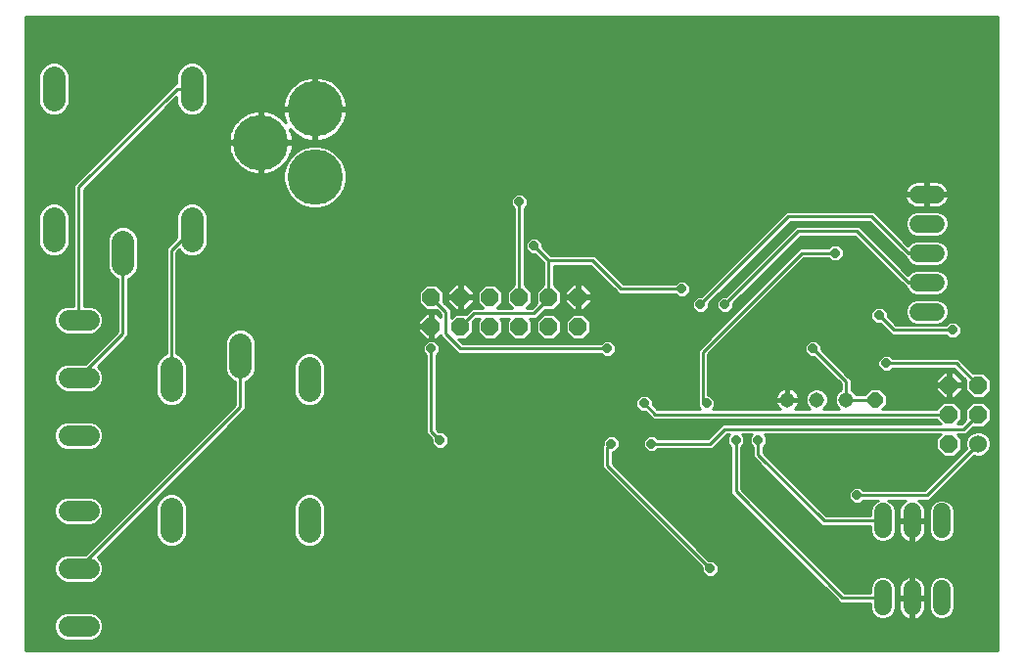
<source format=gbl>
G75*
%MOIN*%
%OFA0B0*%
%FSLAX25Y25*%
%IPPOS*%
%LPD*%
%AMOC8*
5,1,8,0,0,1.08239X$1,22.5*
%
%ADD10OC8,0.05150*%
%ADD11C,0.05150*%
%ADD12C,0.06000*%
%ADD13C,0.06000*%
%ADD14OC8,0.06000*%
%ADD15C,0.07050*%
%ADD16C,0.18898*%
%ADD17C,0.07800*%
%ADD18OC8,0.03169*%
%ADD19C,0.01000*%
D10*
X0298629Y0089000D03*
D11*
X0288629Y0089000D03*
X0278629Y0089000D03*
X0268629Y0089000D03*
D12*
X0313129Y0119000D02*
X0319129Y0119000D01*
X0319129Y0129000D02*
X0313129Y0129000D01*
X0313129Y0139000D02*
X0319129Y0139000D01*
X0319129Y0149000D02*
X0313129Y0149000D01*
X0313129Y0159000D02*
X0319129Y0159000D01*
X0321129Y0050750D02*
X0321129Y0044750D01*
X0311129Y0044750D02*
X0311129Y0050750D01*
X0301129Y0050750D02*
X0301129Y0044750D01*
X0301129Y0024500D02*
X0301129Y0018500D01*
X0311129Y0018500D02*
X0311129Y0024500D01*
X0321129Y0024500D02*
X0321129Y0018500D01*
D13*
X0333629Y0074000D03*
D14*
X0323629Y0074000D03*
X0323629Y0084000D03*
X0333629Y0084000D03*
X0333629Y0094000D03*
X0323629Y0094000D03*
X0197379Y0114000D03*
X0187379Y0114000D03*
X0177379Y0114000D03*
X0167379Y0114000D03*
X0157379Y0114000D03*
X0147379Y0114000D03*
X0147379Y0124000D03*
X0157379Y0124000D03*
X0167379Y0124000D03*
X0177379Y0124000D03*
X0187379Y0124000D03*
X0197379Y0124000D03*
D15*
X0030825Y0116185D02*
X0023775Y0116185D01*
X0023775Y0096500D02*
X0030825Y0096500D01*
X0030825Y0076815D02*
X0023775Y0076815D01*
X0023775Y0051185D02*
X0030825Y0051185D01*
X0030825Y0031500D02*
X0023775Y0031500D01*
X0023775Y0011815D02*
X0030825Y0011815D01*
D16*
X0107772Y0164925D03*
X0089269Y0176736D03*
X0107772Y0188154D03*
D17*
X0065879Y0191100D02*
X0065879Y0198900D01*
X0018879Y0198900D02*
X0018879Y0191100D01*
X0018879Y0150900D02*
X0018879Y0143100D01*
X0042379Y0142900D02*
X0042379Y0135100D01*
X0065879Y0143100D02*
X0065879Y0150900D01*
X0082379Y0107900D02*
X0082379Y0100100D01*
X0105879Y0099900D02*
X0105879Y0092100D01*
X0058879Y0092100D02*
X0058879Y0099900D01*
X0058879Y0051900D02*
X0058879Y0044100D01*
X0105879Y0044100D02*
X0105879Y0051900D01*
D18*
X0150351Y0075250D03*
X0147379Y0106500D03*
X0182379Y0141500D03*
X0177379Y0156500D03*
X0232704Y0126825D03*
X0239003Y0121500D03*
X0247379Y0121500D03*
X0227379Y0106500D03*
X0232379Y0096500D03*
X0241129Y0087750D03*
X0251129Y0075250D03*
X0258629Y0075250D03*
X0292379Y0056500D03*
X0242379Y0031500D03*
X0222379Y0074000D03*
X0208629Y0074000D03*
X0219879Y0087750D03*
X0207379Y0106500D03*
X0277379Y0106500D03*
X0299879Y0117750D03*
X0302379Y0101500D03*
X0324879Y0112750D03*
X0284879Y0139000D03*
D19*
X0009379Y0219500D02*
X0009379Y0003500D01*
X0340379Y0003500D01*
X0340379Y0219500D01*
X0009379Y0219500D01*
X0009379Y0219175D02*
X0340379Y0219175D01*
X0340379Y0218177D02*
X0009379Y0218177D01*
X0009379Y0217178D02*
X0340379Y0217178D01*
X0340379Y0216180D02*
X0009379Y0216180D01*
X0009379Y0215181D02*
X0340379Y0215181D01*
X0340379Y0214183D02*
X0009379Y0214183D01*
X0009379Y0213184D02*
X0340379Y0213184D01*
X0340379Y0212186D02*
X0009379Y0212186D01*
X0009379Y0211187D02*
X0340379Y0211187D01*
X0340379Y0210189D02*
X0009379Y0210189D01*
X0009379Y0209190D02*
X0340379Y0209190D01*
X0340379Y0208192D02*
X0009379Y0208192D01*
X0009379Y0207193D02*
X0340379Y0207193D01*
X0340379Y0206195D02*
X0009379Y0206195D01*
X0009379Y0205196D02*
X0340379Y0205196D01*
X0340379Y0204198D02*
X0009379Y0204198D01*
X0009379Y0203199D02*
X0015824Y0203199D01*
X0015933Y0203308D02*
X0014470Y0201846D01*
X0013679Y0199934D01*
X0013679Y0190066D01*
X0014470Y0188154D01*
X0015933Y0186692D01*
X0017844Y0185900D01*
X0019913Y0185900D01*
X0021824Y0186692D01*
X0023287Y0188154D01*
X0024079Y0190066D01*
X0024079Y0199934D01*
X0023287Y0201846D01*
X0021824Y0203308D01*
X0019913Y0204100D01*
X0017844Y0204100D01*
X0015933Y0203308D01*
X0014826Y0202201D02*
X0009379Y0202201D01*
X0009379Y0201202D02*
X0014204Y0201202D01*
X0013790Y0200204D02*
X0009379Y0200204D01*
X0009379Y0199205D02*
X0013679Y0199205D01*
X0013679Y0198207D02*
X0009379Y0198207D01*
X0009379Y0197208D02*
X0013679Y0197208D01*
X0013679Y0196210D02*
X0009379Y0196210D01*
X0009379Y0195211D02*
X0013679Y0195211D01*
X0013679Y0194213D02*
X0009379Y0194213D01*
X0009379Y0193214D02*
X0013679Y0193214D01*
X0013679Y0192216D02*
X0009379Y0192216D01*
X0009379Y0191217D02*
X0013679Y0191217D01*
X0013679Y0190219D02*
X0009379Y0190219D01*
X0009379Y0189220D02*
X0014029Y0189220D01*
X0014443Y0188222D02*
X0009379Y0188222D01*
X0009379Y0187223D02*
X0015402Y0187223D01*
X0017061Y0186225D02*
X0009379Y0186225D01*
X0009379Y0185226D02*
X0048559Y0185226D01*
X0047561Y0184228D02*
X0009379Y0184228D01*
X0009379Y0183229D02*
X0046562Y0183229D01*
X0045564Y0182231D02*
X0009379Y0182231D01*
X0009379Y0181232D02*
X0044565Y0181232D01*
X0043567Y0180234D02*
X0009379Y0180234D01*
X0009379Y0179235D02*
X0042568Y0179235D01*
X0041570Y0178237D02*
X0009379Y0178237D01*
X0009379Y0177238D02*
X0040571Y0177238D01*
X0039573Y0176239D02*
X0009379Y0176239D01*
X0009379Y0175241D02*
X0038574Y0175241D01*
X0037576Y0174242D02*
X0009379Y0174242D01*
X0009379Y0173244D02*
X0036577Y0173244D01*
X0035579Y0172245D02*
X0009379Y0172245D01*
X0009379Y0171247D02*
X0034580Y0171247D01*
X0033582Y0170248D02*
X0009379Y0170248D01*
X0009379Y0169250D02*
X0032583Y0169250D01*
X0031585Y0168251D02*
X0009379Y0168251D01*
X0009379Y0167253D02*
X0030586Y0167253D01*
X0029588Y0166254D02*
X0009379Y0166254D01*
X0009379Y0165256D02*
X0028589Y0165256D01*
X0027591Y0164257D02*
X0009379Y0164257D01*
X0009379Y0163259D02*
X0026592Y0163259D01*
X0025593Y0162260D02*
X0009379Y0162260D01*
X0009379Y0161262D02*
X0025500Y0161262D01*
X0025500Y0162167D02*
X0025500Y0121010D01*
X0022815Y0121010D01*
X0021042Y0120275D01*
X0019685Y0118918D01*
X0018950Y0117145D01*
X0018950Y0115225D01*
X0019685Y0113452D01*
X0021042Y0112095D01*
X0022815Y0111360D01*
X0031785Y0111360D01*
X0033558Y0112095D01*
X0034915Y0113452D01*
X0035650Y0115225D01*
X0035650Y0117145D01*
X0034915Y0118918D01*
X0033558Y0120275D01*
X0031785Y0121010D01*
X0029100Y0121010D01*
X0029100Y0160676D01*
X0060679Y0192254D01*
X0060679Y0190066D01*
X0061470Y0188154D01*
X0062933Y0186692D01*
X0064844Y0185900D01*
X0066913Y0185900D01*
X0068824Y0186692D01*
X0070287Y0188154D01*
X0071079Y0190066D01*
X0071079Y0199934D01*
X0070287Y0201846D01*
X0068824Y0203308D01*
X0066913Y0204100D01*
X0064844Y0204100D01*
X0062933Y0203308D01*
X0061470Y0201846D01*
X0060679Y0199934D01*
X0060679Y0196800D01*
X0060133Y0196800D01*
X0025500Y0162167D01*
X0025500Y0160263D02*
X0009379Y0160263D01*
X0009379Y0159265D02*
X0025500Y0159265D01*
X0025500Y0158266D02*
X0009379Y0158266D01*
X0009379Y0157268D02*
X0025500Y0157268D01*
X0025500Y0156269D02*
X0009379Y0156269D01*
X0009379Y0155271D02*
X0015896Y0155271D01*
X0015933Y0155308D02*
X0014470Y0153846D01*
X0013679Y0151934D01*
X0013679Y0142066D01*
X0014470Y0140154D01*
X0015933Y0138692D01*
X0017844Y0137900D01*
X0019913Y0137900D01*
X0021824Y0138692D01*
X0023287Y0140154D01*
X0024079Y0142066D01*
X0024079Y0151934D01*
X0023287Y0153846D01*
X0021824Y0155308D01*
X0019913Y0156100D01*
X0017844Y0156100D01*
X0015933Y0155308D01*
X0014897Y0154272D02*
X0009379Y0154272D01*
X0009379Y0153274D02*
X0014234Y0153274D01*
X0013820Y0152275D02*
X0009379Y0152275D01*
X0009379Y0151277D02*
X0013679Y0151277D01*
X0013679Y0150278D02*
X0009379Y0150278D01*
X0009379Y0149280D02*
X0013679Y0149280D01*
X0013679Y0148281D02*
X0009379Y0148281D01*
X0009379Y0147283D02*
X0013679Y0147283D01*
X0013679Y0146284D02*
X0009379Y0146284D01*
X0009379Y0145286D02*
X0013679Y0145286D01*
X0013679Y0144287D02*
X0009379Y0144287D01*
X0009379Y0143289D02*
X0013679Y0143289D01*
X0013679Y0142290D02*
X0009379Y0142290D01*
X0009379Y0141292D02*
X0013999Y0141292D01*
X0014413Y0140293D02*
X0009379Y0140293D01*
X0009379Y0139295D02*
X0015330Y0139295D01*
X0016888Y0138296D02*
X0009379Y0138296D01*
X0009379Y0137298D02*
X0025500Y0137298D01*
X0025500Y0138296D02*
X0020869Y0138296D01*
X0022427Y0139295D02*
X0025500Y0139295D01*
X0025500Y0140293D02*
X0023345Y0140293D01*
X0023758Y0141292D02*
X0025500Y0141292D01*
X0025500Y0142290D02*
X0024079Y0142290D01*
X0024079Y0143289D02*
X0025500Y0143289D01*
X0025500Y0144287D02*
X0024079Y0144287D01*
X0024079Y0145286D02*
X0025500Y0145286D01*
X0025500Y0146284D02*
X0024079Y0146284D01*
X0024079Y0147283D02*
X0025500Y0147283D01*
X0025500Y0148281D02*
X0024079Y0148281D01*
X0024079Y0149280D02*
X0025500Y0149280D01*
X0025500Y0150278D02*
X0024079Y0150278D01*
X0024079Y0151277D02*
X0025500Y0151277D01*
X0025500Y0152275D02*
X0023938Y0152275D01*
X0023524Y0153274D02*
X0025500Y0153274D01*
X0025500Y0154272D02*
X0022860Y0154272D01*
X0021862Y0155271D02*
X0025500Y0155271D01*
X0029100Y0155271D02*
X0062896Y0155271D01*
X0062933Y0155308D02*
X0061470Y0153846D01*
X0060679Y0151934D01*
X0060679Y0144346D01*
X0057079Y0140746D01*
X0057079Y0104783D01*
X0055933Y0104308D01*
X0054470Y0102846D01*
X0053679Y0100934D01*
X0053679Y0091066D01*
X0054470Y0089154D01*
X0055933Y0087692D01*
X0057844Y0086900D01*
X0059913Y0086900D01*
X0061824Y0087692D01*
X0063287Y0089154D01*
X0064079Y0091066D01*
X0064079Y0100934D01*
X0063287Y0102846D01*
X0061824Y0104308D01*
X0060679Y0104783D01*
X0060679Y0139254D01*
X0061525Y0140100D01*
X0062933Y0138692D01*
X0064844Y0137900D01*
X0066913Y0137900D01*
X0068824Y0138692D01*
X0070287Y0140154D01*
X0071079Y0142066D01*
X0071079Y0151934D01*
X0070287Y0153846D01*
X0068824Y0155308D01*
X0066913Y0156100D01*
X0064844Y0156100D01*
X0062933Y0155308D01*
X0061897Y0154272D02*
X0029100Y0154272D01*
X0029100Y0153274D02*
X0061234Y0153274D01*
X0060820Y0152275D02*
X0029100Y0152275D01*
X0029100Y0151277D02*
X0060679Y0151277D01*
X0060679Y0150278D02*
X0029100Y0150278D01*
X0029100Y0149280D02*
X0060679Y0149280D01*
X0060679Y0148281D02*
X0029100Y0148281D01*
X0029100Y0147283D02*
X0039407Y0147283D01*
X0039433Y0147308D02*
X0037970Y0145846D01*
X0037179Y0143934D01*
X0037179Y0134066D01*
X0037970Y0132154D01*
X0039433Y0130692D01*
X0040579Y0130217D01*
X0040579Y0112324D01*
X0029579Y0101325D01*
X0022815Y0101325D01*
X0021042Y0100590D01*
X0019685Y0099233D01*
X0018950Y0097460D01*
X0018950Y0095540D01*
X0019685Y0093767D01*
X0021042Y0092410D01*
X0022815Y0091675D01*
X0031785Y0091675D01*
X0033558Y0092410D01*
X0034915Y0093767D01*
X0035650Y0095540D01*
X0035650Y0097460D01*
X0034915Y0099233D01*
X0033747Y0100401D01*
X0044179Y0110833D01*
X0044179Y0130217D01*
X0045324Y0130692D01*
X0046787Y0132154D01*
X0047579Y0134066D01*
X0047579Y0143934D01*
X0046787Y0145846D01*
X0045324Y0147308D01*
X0043413Y0148100D01*
X0041344Y0148100D01*
X0039433Y0147308D01*
X0038409Y0146284D02*
X0029100Y0146284D01*
X0029100Y0145286D02*
X0037738Y0145286D01*
X0037325Y0144287D02*
X0029100Y0144287D01*
X0029100Y0143289D02*
X0037179Y0143289D01*
X0037179Y0142290D02*
X0029100Y0142290D01*
X0029100Y0141292D02*
X0037179Y0141292D01*
X0037179Y0140293D02*
X0029100Y0140293D01*
X0029100Y0139295D02*
X0037179Y0139295D01*
X0037179Y0138296D02*
X0029100Y0138296D01*
X0029100Y0137298D02*
X0037179Y0137298D01*
X0037179Y0136299D02*
X0029100Y0136299D01*
X0029100Y0135301D02*
X0037179Y0135301D01*
X0037179Y0134302D02*
X0029100Y0134302D01*
X0029100Y0133303D02*
X0037494Y0133303D01*
X0037908Y0132305D02*
X0029100Y0132305D01*
X0029100Y0131306D02*
X0038818Y0131306D01*
X0040359Y0130308D02*
X0029100Y0130308D01*
X0029100Y0129309D02*
X0040579Y0129309D01*
X0040579Y0128311D02*
X0029100Y0128311D01*
X0029100Y0127312D02*
X0040579Y0127312D01*
X0040579Y0126314D02*
X0029100Y0126314D01*
X0029100Y0125315D02*
X0040579Y0125315D01*
X0040579Y0124317D02*
X0029100Y0124317D01*
X0029100Y0123318D02*
X0040579Y0123318D01*
X0040579Y0122320D02*
X0029100Y0122320D01*
X0029100Y0121321D02*
X0040579Y0121321D01*
X0040579Y0120323D02*
X0033444Y0120323D01*
X0034509Y0119324D02*
X0040579Y0119324D01*
X0040579Y0118326D02*
X0035161Y0118326D01*
X0035574Y0117327D02*
X0040579Y0117327D01*
X0040579Y0116329D02*
X0035650Y0116329D01*
X0035650Y0115330D02*
X0040579Y0115330D01*
X0040579Y0114332D02*
X0035280Y0114332D01*
X0034797Y0113333D02*
X0040579Y0113333D01*
X0040579Y0112335D02*
X0033798Y0112335D01*
X0037594Y0109339D02*
X0009379Y0109339D01*
X0009379Y0108341D02*
X0036595Y0108341D01*
X0035597Y0107342D02*
X0009379Y0107342D01*
X0009379Y0106344D02*
X0034598Y0106344D01*
X0033600Y0105345D02*
X0009379Y0105345D01*
X0009379Y0104347D02*
X0032601Y0104347D01*
X0031603Y0103348D02*
X0009379Y0103348D01*
X0009379Y0102350D02*
X0030604Y0102350D01*
X0029606Y0101351D02*
X0009379Y0101351D01*
X0009379Y0100353D02*
X0020804Y0100353D01*
X0019806Y0099354D02*
X0009379Y0099354D01*
X0009379Y0098356D02*
X0019321Y0098356D01*
X0018950Y0097357D02*
X0009379Y0097357D01*
X0009379Y0096359D02*
X0018950Y0096359D01*
X0019025Y0095360D02*
X0009379Y0095360D01*
X0009379Y0094362D02*
X0019438Y0094362D01*
X0020088Y0093363D02*
X0009379Y0093363D01*
X0009379Y0092365D02*
X0021151Y0092365D01*
X0027300Y0096500D02*
X0042379Y0111579D01*
X0042379Y0139000D01*
X0047579Y0139295D02*
X0057079Y0139295D01*
X0057079Y0140293D02*
X0047579Y0140293D01*
X0047579Y0141292D02*
X0057625Y0141292D01*
X0058623Y0142290D02*
X0047579Y0142290D01*
X0047579Y0143289D02*
X0059622Y0143289D01*
X0060620Y0144287D02*
X0047433Y0144287D01*
X0047019Y0145286D02*
X0060679Y0145286D01*
X0060679Y0146284D02*
X0046348Y0146284D01*
X0045350Y0147283D02*
X0060679Y0147283D01*
X0065879Y0147000D02*
X0058879Y0140000D01*
X0058879Y0096000D01*
X0053679Y0096359D02*
X0035650Y0096359D01*
X0035650Y0097357D02*
X0053679Y0097357D01*
X0053679Y0098356D02*
X0035279Y0098356D01*
X0034794Y0099354D02*
X0053679Y0099354D01*
X0053679Y0100353D02*
X0033796Y0100353D01*
X0034697Y0101351D02*
X0053851Y0101351D01*
X0054265Y0102350D02*
X0035695Y0102350D01*
X0036694Y0103348D02*
X0054973Y0103348D01*
X0056026Y0104347D02*
X0037692Y0104347D01*
X0038691Y0105345D02*
X0057079Y0105345D01*
X0057079Y0106344D02*
X0039689Y0106344D01*
X0040688Y0107342D02*
X0057079Y0107342D01*
X0057079Y0108341D02*
X0041686Y0108341D01*
X0042685Y0109339D02*
X0057079Y0109339D01*
X0057079Y0110338D02*
X0043683Y0110338D01*
X0044179Y0111336D02*
X0057079Y0111336D01*
X0057079Y0112335D02*
X0044179Y0112335D01*
X0044179Y0113333D02*
X0057079Y0113333D01*
X0057079Y0114332D02*
X0044179Y0114332D01*
X0044179Y0115330D02*
X0057079Y0115330D01*
X0057079Y0116329D02*
X0044179Y0116329D01*
X0044179Y0117327D02*
X0057079Y0117327D01*
X0057079Y0118326D02*
X0044179Y0118326D01*
X0044179Y0119324D02*
X0057079Y0119324D01*
X0057079Y0120323D02*
X0044179Y0120323D01*
X0044179Y0121321D02*
X0057079Y0121321D01*
X0057079Y0122320D02*
X0044179Y0122320D01*
X0044179Y0123318D02*
X0057079Y0123318D01*
X0057079Y0124317D02*
X0044179Y0124317D01*
X0044179Y0125315D02*
X0057079Y0125315D01*
X0057079Y0126314D02*
X0044179Y0126314D01*
X0044179Y0127312D02*
X0057079Y0127312D01*
X0057079Y0128311D02*
X0044179Y0128311D01*
X0044179Y0129309D02*
X0057079Y0129309D01*
X0057079Y0130308D02*
X0044398Y0130308D01*
X0045939Y0131306D02*
X0057079Y0131306D01*
X0057079Y0132305D02*
X0046849Y0132305D01*
X0047263Y0133303D02*
X0057079Y0133303D01*
X0057079Y0134302D02*
X0047579Y0134302D01*
X0047579Y0135301D02*
X0057079Y0135301D01*
X0057079Y0136299D02*
X0047579Y0136299D01*
X0047579Y0137298D02*
X0057079Y0137298D01*
X0057079Y0138296D02*
X0047579Y0138296D01*
X0060679Y0138296D02*
X0063888Y0138296D01*
X0062330Y0139295D02*
X0060719Y0139295D01*
X0060679Y0137298D02*
X0175579Y0137298D01*
X0175579Y0138296D02*
X0067869Y0138296D01*
X0069427Y0139295D02*
X0175579Y0139295D01*
X0175579Y0140293D02*
X0070345Y0140293D01*
X0070758Y0141292D02*
X0175579Y0141292D01*
X0175579Y0142290D02*
X0071079Y0142290D01*
X0071079Y0143289D02*
X0175579Y0143289D01*
X0175579Y0144287D02*
X0071079Y0144287D01*
X0071079Y0145286D02*
X0175579Y0145286D01*
X0175579Y0146284D02*
X0071079Y0146284D01*
X0071079Y0147283D02*
X0175579Y0147283D01*
X0175579Y0148281D02*
X0071079Y0148281D01*
X0071079Y0149280D02*
X0175579Y0149280D01*
X0175579Y0150278D02*
X0071079Y0150278D01*
X0071079Y0151277D02*
X0175579Y0151277D01*
X0175579Y0152275D02*
X0070938Y0152275D01*
X0070524Y0153274D02*
X0175579Y0153274D01*
X0175579Y0154221D02*
X0175579Y0128281D01*
X0173079Y0125781D01*
X0173079Y0122219D01*
X0174998Y0120300D01*
X0169760Y0120300D01*
X0171679Y0122219D01*
X0171679Y0125781D01*
X0169160Y0128300D01*
X0165598Y0128300D01*
X0163079Y0125781D01*
X0163079Y0122219D01*
X0164998Y0120300D01*
X0161133Y0120300D01*
X0160079Y0119246D01*
X0159133Y0118300D01*
X0155598Y0118300D01*
X0154179Y0116881D01*
X0154179Y0119746D01*
X0151679Y0122246D01*
X0151679Y0125781D01*
X0149160Y0128300D01*
X0145598Y0128300D01*
X0143079Y0125781D01*
X0143079Y0122219D01*
X0145598Y0119700D01*
X0149133Y0119700D01*
X0150579Y0118254D01*
X0150579Y0117164D01*
X0149243Y0118500D01*
X0147879Y0118500D01*
X0147879Y0114500D01*
X0146879Y0114500D01*
X0146879Y0118500D01*
X0145515Y0118500D01*
X0142879Y0115864D01*
X0142879Y0114500D01*
X0146879Y0114500D01*
X0146879Y0113500D01*
X0147879Y0113500D01*
X0147879Y0109500D01*
X0149243Y0109500D01*
X0150579Y0110836D01*
X0150579Y0110754D01*
X0151633Y0109700D01*
X0156633Y0104700D01*
X0205100Y0104700D01*
X0206184Y0103616D01*
X0208573Y0103616D01*
X0210263Y0105305D01*
X0210263Y0107695D01*
X0208573Y0109384D01*
X0206184Y0109384D01*
X0205100Y0108300D01*
X0158124Y0108300D01*
X0156724Y0109700D01*
X0159160Y0109700D01*
X0161679Y0112219D01*
X0161679Y0115754D01*
X0162624Y0116700D01*
X0163998Y0116700D01*
X0163079Y0115781D01*
X0163079Y0112219D01*
X0165598Y0109700D01*
X0169160Y0109700D01*
X0171679Y0112219D01*
X0171679Y0115781D01*
X0170760Y0116700D01*
X0173998Y0116700D01*
X0173079Y0115781D01*
X0173079Y0112219D01*
X0175598Y0109700D01*
X0179160Y0109700D01*
X0181679Y0112219D01*
X0181679Y0115781D01*
X0180760Y0116700D01*
X0183124Y0116700D01*
X0186124Y0119700D01*
X0189160Y0119700D01*
X0191679Y0122219D01*
X0191679Y0125781D01*
X0189179Y0128281D01*
X0189179Y0134700D01*
X0201633Y0134700D01*
X0210254Y0126079D01*
X0211308Y0125025D01*
X0230425Y0125025D01*
X0231509Y0123941D01*
X0233898Y0123941D01*
X0235588Y0125630D01*
X0235588Y0128019D01*
X0233898Y0129709D01*
X0231509Y0129709D01*
X0230425Y0128625D01*
X0212800Y0128625D01*
X0204179Y0137246D01*
X0203124Y0138300D01*
X0188124Y0138300D01*
X0185263Y0141161D01*
X0185263Y0142695D01*
X0183573Y0144384D01*
X0181184Y0144384D01*
X0179494Y0142695D01*
X0179494Y0140305D01*
X0181184Y0138616D01*
X0182717Y0138616D01*
X0185579Y0135754D01*
X0185579Y0128281D01*
X0183079Y0125781D01*
X0183079Y0122219D01*
X0183315Y0121982D01*
X0181633Y0120300D01*
X0179760Y0120300D01*
X0181679Y0122219D01*
X0181679Y0125781D01*
X0179179Y0128281D01*
X0179179Y0154221D01*
X0180263Y0155305D01*
X0180263Y0157695D01*
X0178573Y0159384D01*
X0176184Y0159384D01*
X0174494Y0157695D01*
X0174494Y0155305D01*
X0175579Y0154221D01*
X0175528Y0154272D02*
X0109545Y0154272D01*
X0109188Y0154176D02*
X0111921Y0154909D01*
X0114372Y0156324D01*
X0116374Y0158325D01*
X0117789Y0160776D01*
X0118521Y0163510D01*
X0118521Y0166340D01*
X0117789Y0169074D01*
X0116374Y0171525D01*
X0114372Y0173526D01*
X0111921Y0174941D01*
X0109188Y0175674D01*
X0106357Y0175674D01*
X0103624Y0174941D01*
X0101173Y0173526D01*
X0099171Y0171525D01*
X0097756Y0169074D01*
X0097024Y0166340D01*
X0097024Y0163510D01*
X0097756Y0160776D01*
X0099171Y0158325D01*
X0101173Y0156324D01*
X0103624Y0154909D01*
X0106357Y0154176D01*
X0109188Y0154176D01*
X0106000Y0154272D02*
X0069860Y0154272D01*
X0068862Y0155271D02*
X0102997Y0155271D01*
X0101267Y0156269D02*
X0029100Y0156269D01*
X0029100Y0157268D02*
X0100229Y0157268D01*
X0099230Y0158266D02*
X0029100Y0158266D01*
X0029100Y0159265D02*
X0098629Y0159265D01*
X0098052Y0160263D02*
X0029100Y0160263D01*
X0029686Y0161262D02*
X0097626Y0161262D01*
X0097358Y0162260D02*
X0030685Y0162260D01*
X0031683Y0163259D02*
X0097091Y0163259D01*
X0097024Y0164257D02*
X0032682Y0164257D01*
X0033680Y0165256D02*
X0097024Y0165256D01*
X0097024Y0166254D02*
X0092463Y0166254D01*
X0092304Y0166199D02*
X0093465Y0166605D01*
X0094573Y0167138D01*
X0095614Y0167793D01*
X0096576Y0168559D01*
X0097445Y0169429D01*
X0098212Y0170390D01*
X0098866Y0171432D01*
X0099400Y0172540D01*
X0099806Y0173700D01*
X0100080Y0174899D01*
X0100217Y0176121D01*
X0100217Y0176236D01*
X0089769Y0176236D01*
X0089769Y0177236D01*
X0100217Y0177236D01*
X0100217Y0177351D01*
X0100080Y0178573D01*
X0099806Y0179772D01*
X0099400Y0180933D01*
X0099206Y0181335D01*
X0099596Y0180846D01*
X0100465Y0179977D01*
X0101427Y0179210D01*
X0102468Y0178556D01*
X0103576Y0178022D01*
X0104737Y0177616D01*
X0105936Y0177342D01*
X0107158Y0177205D01*
X0107272Y0177205D01*
X0107272Y0187653D01*
X0108272Y0187653D01*
X0108272Y0177205D01*
X0108387Y0177205D01*
X0109609Y0177342D01*
X0110808Y0177616D01*
X0111969Y0178022D01*
X0113077Y0178556D01*
X0114118Y0179210D01*
X0115080Y0179977D01*
X0115949Y0180846D01*
X0116716Y0181808D01*
X0117370Y0182849D01*
X0117904Y0183957D01*
X0118310Y0185118D01*
X0118584Y0186317D01*
X0118721Y0187539D01*
X0118721Y0187654D01*
X0108272Y0187654D01*
X0108272Y0188654D01*
X0107272Y0188654D01*
X0107272Y0199102D01*
X0107158Y0199102D01*
X0105936Y0198965D01*
X0104737Y0198691D01*
X0103576Y0198285D01*
X0102468Y0197751D01*
X0101427Y0197097D01*
X0100465Y0196330D01*
X0099596Y0195461D01*
X0098829Y0194499D01*
X0098175Y0193458D01*
X0097641Y0192350D01*
X0097235Y0191189D01*
X0096961Y0189990D01*
X0096824Y0188768D01*
X0096824Y0188654D01*
X0107272Y0188654D01*
X0107272Y0187654D01*
X0096824Y0187654D01*
X0096824Y0187539D01*
X0096961Y0186317D01*
X0097235Y0185118D01*
X0097641Y0183957D01*
X0097835Y0183555D01*
X0097445Y0184043D01*
X0096576Y0184913D01*
X0095614Y0185680D01*
X0094573Y0186334D01*
X0093465Y0186868D01*
X0092304Y0187274D01*
X0091105Y0187547D01*
X0089883Y0187685D01*
X0089768Y0187685D01*
X0089768Y0177236D01*
X0088769Y0177236D01*
X0088769Y0187685D01*
X0088654Y0187685D01*
X0087432Y0187547D01*
X0086233Y0187274D01*
X0085072Y0186868D01*
X0083964Y0186334D01*
X0082923Y0185680D01*
X0081961Y0184913D01*
X0081092Y0184043D01*
X0080325Y0183082D01*
X0079671Y0182041D01*
X0079137Y0180933D01*
X0078731Y0179772D01*
X0078457Y0178573D01*
X0078320Y0177351D01*
X0078320Y0177236D01*
X0088768Y0177236D01*
X0088768Y0176236D01*
X0078320Y0176236D01*
X0078320Y0176121D01*
X0078457Y0174899D01*
X0078731Y0173700D01*
X0079137Y0172540D01*
X0079671Y0171432D01*
X0080325Y0170390D01*
X0081092Y0169429D01*
X0081961Y0168559D01*
X0082923Y0167793D01*
X0083964Y0167138D01*
X0085072Y0166605D01*
X0086233Y0166199D01*
X0087432Y0165925D01*
X0088654Y0165787D01*
X0088769Y0165787D01*
X0088769Y0176236D01*
X0089768Y0176236D01*
X0089768Y0165787D01*
X0089883Y0165787D01*
X0091105Y0165925D01*
X0092304Y0166199D01*
X0089768Y0166254D02*
X0088769Y0166254D01*
X0088769Y0167253D02*
X0089768Y0167253D01*
X0089768Y0168251D02*
X0088769Y0168251D01*
X0088769Y0169250D02*
X0089768Y0169250D01*
X0089768Y0170248D02*
X0088769Y0170248D01*
X0088769Y0171247D02*
X0089768Y0171247D01*
X0089768Y0172245D02*
X0088769Y0172245D01*
X0088769Y0173244D02*
X0089768Y0173244D01*
X0089768Y0174242D02*
X0088769Y0174242D01*
X0088769Y0175241D02*
X0089768Y0175241D01*
X0089769Y0176239D02*
X0340379Y0176239D01*
X0340379Y0175241D02*
X0110804Y0175241D01*
X0113132Y0174242D02*
X0340379Y0174242D01*
X0340379Y0173244D02*
X0114655Y0173244D01*
X0115653Y0172245D02*
X0340379Y0172245D01*
X0340379Y0171247D02*
X0116534Y0171247D01*
X0117111Y0170248D02*
X0340379Y0170248D01*
X0340379Y0169250D02*
X0117687Y0169250D01*
X0118009Y0168251D02*
X0340379Y0168251D01*
X0340379Y0167253D02*
X0118277Y0167253D01*
X0118521Y0166254D02*
X0340379Y0166254D01*
X0340379Y0165256D02*
X0118521Y0165256D01*
X0118521Y0164257D02*
X0340379Y0164257D01*
X0340379Y0163259D02*
X0320584Y0163259D01*
X0320856Y0163170D02*
X0320182Y0163389D01*
X0319483Y0163500D01*
X0316629Y0163500D01*
X0316629Y0159500D01*
X0323606Y0159500D01*
X0323518Y0160054D01*
X0323299Y0160727D01*
X0322977Y0161359D01*
X0322561Y0161932D01*
X0322060Y0162432D01*
X0321487Y0162849D01*
X0320856Y0163170D01*
X0322232Y0162260D02*
X0340379Y0162260D01*
X0340379Y0161262D02*
X0323027Y0161262D01*
X0323450Y0160263D02*
X0340379Y0160263D01*
X0340379Y0159265D02*
X0316629Y0159265D01*
X0316629Y0159500D02*
X0316629Y0158500D01*
X0323606Y0158500D01*
X0323518Y0157946D01*
X0323299Y0157273D01*
X0322977Y0156641D01*
X0322561Y0156068D01*
X0322060Y0155568D01*
X0321487Y0155151D01*
X0320856Y0154830D01*
X0320182Y0154611D01*
X0319483Y0154500D01*
X0316629Y0154500D01*
X0316629Y0158500D01*
X0315629Y0158500D01*
X0315629Y0154500D01*
X0312775Y0154500D01*
X0312075Y0154611D01*
X0311401Y0154830D01*
X0310770Y0155151D01*
X0310197Y0155568D01*
X0309696Y0156068D01*
X0309280Y0156641D01*
X0308958Y0157273D01*
X0308740Y0157946D01*
X0308652Y0158500D01*
X0315629Y0158500D01*
X0315629Y0159500D01*
X0315629Y0163500D01*
X0312775Y0163500D01*
X0312075Y0163389D01*
X0311401Y0163170D01*
X0310770Y0162849D01*
X0310197Y0162432D01*
X0309696Y0161932D01*
X0309280Y0161359D01*
X0308958Y0160727D01*
X0308740Y0160054D01*
X0308652Y0159500D01*
X0315629Y0159500D01*
X0316629Y0159500D01*
X0316629Y0160263D02*
X0315629Y0160263D01*
X0315629Y0159265D02*
X0178693Y0159265D01*
X0179691Y0158266D02*
X0308689Y0158266D01*
X0308961Y0157268D02*
X0180263Y0157268D01*
X0180263Y0156269D02*
X0309550Y0156269D01*
X0310606Y0155271D02*
X0180228Y0155271D01*
X0179230Y0154272D02*
X0340379Y0154272D01*
X0340379Y0153274D02*
X0320047Y0153274D01*
X0319984Y0153300D02*
X0312273Y0153300D01*
X0310693Y0152645D01*
X0309483Y0151436D01*
X0308829Y0149855D01*
X0308829Y0148145D01*
X0309483Y0146564D01*
X0310693Y0145355D01*
X0312273Y0144700D01*
X0319984Y0144700D01*
X0321564Y0145355D01*
X0322774Y0146564D01*
X0323429Y0148145D01*
X0323429Y0149855D01*
X0322774Y0151436D01*
X0321564Y0152645D01*
X0319984Y0153300D01*
X0321935Y0152275D02*
X0340379Y0152275D01*
X0340379Y0151277D02*
X0322840Y0151277D01*
X0323254Y0150278D02*
X0340379Y0150278D01*
X0340379Y0149280D02*
X0323429Y0149280D01*
X0323429Y0148281D02*
X0340379Y0148281D01*
X0340379Y0147283D02*
X0323072Y0147283D01*
X0322494Y0146284D02*
X0340379Y0146284D01*
X0340379Y0145286D02*
X0321398Y0145286D01*
X0320012Y0143289D02*
X0340379Y0143289D01*
X0340379Y0144287D02*
X0307137Y0144287D01*
X0306139Y0145286D02*
X0310860Y0145286D01*
X0309763Y0146284D02*
X0305140Y0146284D01*
X0304142Y0147283D02*
X0309186Y0147283D01*
X0308829Y0148281D02*
X0303143Y0148281D01*
X0302145Y0149280D02*
X0308829Y0149280D01*
X0309004Y0150278D02*
X0301146Y0150278D01*
X0300148Y0151277D02*
X0309418Y0151277D01*
X0310323Y0152275D02*
X0299149Y0152275D01*
X0298151Y0153274D02*
X0312210Y0153274D01*
X0315629Y0155271D02*
X0316629Y0155271D01*
X0316629Y0156269D02*
X0315629Y0156269D01*
X0315629Y0157268D02*
X0316629Y0157268D01*
X0316629Y0158266D02*
X0315629Y0158266D01*
X0315629Y0161262D02*
X0316629Y0161262D01*
X0316629Y0162260D02*
X0315629Y0162260D01*
X0315629Y0163259D02*
X0316629Y0163259D01*
X0311674Y0163259D02*
X0118454Y0163259D01*
X0118186Y0162260D02*
X0310025Y0162260D01*
X0309231Y0161262D02*
X0117919Y0161262D01*
X0117493Y0160263D02*
X0308808Y0160263D01*
X0298124Y0153300D02*
X0268257Y0153300D01*
X0267203Y0152246D01*
X0239341Y0124384D01*
X0237808Y0124384D01*
X0236119Y0122695D01*
X0236119Y0120305D01*
X0237808Y0118616D01*
X0240197Y0118616D01*
X0241887Y0120305D01*
X0241887Y0121839D01*
X0269748Y0149700D01*
X0296633Y0149700D01*
X0308079Y0138254D01*
X0309133Y0137200D01*
X0309220Y0137200D01*
X0309483Y0136564D01*
X0310693Y0135355D01*
X0312273Y0134700D01*
X0319984Y0134700D01*
X0321564Y0135355D01*
X0322774Y0136564D01*
X0323429Y0138145D01*
X0323429Y0139855D01*
X0322774Y0141436D01*
X0321564Y0142645D01*
X0319984Y0143300D01*
X0312273Y0143300D01*
X0310693Y0142645D01*
X0309736Y0141688D01*
X0298124Y0153300D01*
X0297379Y0151500D02*
X0309879Y0139000D01*
X0316129Y0139000D01*
X0314879Y0139000D01*
X0310824Y0135301D02*
X0306124Y0135301D01*
X0305125Y0136299D02*
X0309749Y0136299D01*
X0309036Y0137298D02*
X0304127Y0137298D01*
X0303128Y0138296D02*
X0308037Y0138296D01*
X0307039Y0139295D02*
X0302130Y0139295D01*
X0301131Y0140293D02*
X0306040Y0140293D01*
X0305042Y0141292D02*
X0300133Y0141292D01*
X0299134Y0142290D02*
X0304043Y0142290D01*
X0303045Y0143289D02*
X0298136Y0143289D01*
X0297137Y0144287D02*
X0302046Y0144287D01*
X0301048Y0145286D02*
X0296139Y0145286D01*
X0295140Y0146284D02*
X0300049Y0146284D01*
X0299050Y0147283D02*
X0294142Y0147283D01*
X0293143Y0148281D02*
X0298052Y0148281D01*
X0297053Y0149280D02*
X0269328Y0149280D01*
X0268330Y0148281D02*
X0271614Y0148281D01*
X0271633Y0148300D02*
X0270579Y0147246D01*
X0247717Y0124384D01*
X0246184Y0124384D01*
X0244494Y0122695D01*
X0244494Y0120305D01*
X0246184Y0118616D01*
X0248573Y0118616D01*
X0250263Y0120305D01*
X0250263Y0121839D01*
X0273124Y0144700D01*
X0291633Y0144700D01*
X0309133Y0127200D01*
X0309220Y0127200D01*
X0309483Y0126564D01*
X0310693Y0125355D01*
X0312273Y0124700D01*
X0319984Y0124700D01*
X0321564Y0125355D01*
X0322774Y0126564D01*
X0323429Y0128145D01*
X0323429Y0129855D01*
X0322774Y0131436D01*
X0321564Y0132645D01*
X0319984Y0133300D01*
X0312273Y0133300D01*
X0310693Y0132645D01*
X0309736Y0131688D01*
X0293124Y0148300D01*
X0271633Y0148300D01*
X0270616Y0147283D02*
X0267331Y0147283D01*
X0266332Y0146284D02*
X0269617Y0146284D01*
X0268619Y0145286D02*
X0265334Y0145286D01*
X0264335Y0144287D02*
X0267620Y0144287D01*
X0266622Y0143289D02*
X0263337Y0143289D01*
X0262338Y0142290D02*
X0265623Y0142290D01*
X0264625Y0141292D02*
X0261340Y0141292D01*
X0260341Y0140293D02*
X0263626Y0140293D01*
X0262628Y0139295D02*
X0259343Y0139295D01*
X0258344Y0138296D02*
X0261629Y0138296D01*
X0260631Y0137298D02*
X0257346Y0137298D01*
X0256347Y0136299D02*
X0259632Y0136299D01*
X0258634Y0135301D02*
X0255349Y0135301D01*
X0254350Y0134302D02*
X0257635Y0134302D01*
X0256637Y0133303D02*
X0253352Y0133303D01*
X0252353Y0132305D02*
X0255638Y0132305D01*
X0254640Y0131306D02*
X0251355Y0131306D01*
X0250356Y0130308D02*
X0253641Y0130308D01*
X0252643Y0129309D02*
X0249358Y0129309D01*
X0248359Y0128311D02*
X0251644Y0128311D01*
X0250646Y0127312D02*
X0247361Y0127312D01*
X0246362Y0126314D02*
X0249647Y0126314D01*
X0248649Y0125315D02*
X0245364Y0125315D01*
X0246117Y0124317D02*
X0244365Y0124317D01*
X0245118Y0123318D02*
X0243367Y0123318D01*
X0242368Y0122320D02*
X0244494Y0122320D01*
X0244494Y0121321D02*
X0241887Y0121321D01*
X0241887Y0120323D02*
X0244494Y0120323D01*
X0245475Y0119324D02*
X0240906Y0119324D01*
X0239003Y0121500D02*
X0269003Y0151500D01*
X0297379Y0151500D01*
X0292379Y0146500D02*
X0309879Y0129000D01*
X0316129Y0129000D01*
X0321470Y0125315D02*
X0340379Y0125315D01*
X0340379Y0124317D02*
X0261491Y0124317D01*
X0260493Y0123318D02*
X0340379Y0123318D01*
X0340379Y0122320D02*
X0321890Y0122320D01*
X0321564Y0122645D02*
X0319984Y0123300D01*
X0312273Y0123300D01*
X0310693Y0122645D01*
X0309483Y0121436D01*
X0308829Y0119855D01*
X0308829Y0118145D01*
X0309483Y0116564D01*
X0310693Y0115355D01*
X0312273Y0114700D01*
X0319984Y0114700D01*
X0321564Y0115355D01*
X0322774Y0116564D01*
X0323429Y0118145D01*
X0323429Y0119855D01*
X0322774Y0121436D01*
X0321564Y0122645D01*
X0322821Y0121321D02*
X0340379Y0121321D01*
X0340379Y0120323D02*
X0323235Y0120323D01*
X0323429Y0119324D02*
X0340379Y0119324D01*
X0340379Y0118326D02*
X0323429Y0118326D01*
X0323090Y0117327D02*
X0340379Y0117327D01*
X0340379Y0116329D02*
X0322539Y0116329D01*
X0323380Y0115330D02*
X0321506Y0115330D01*
X0322600Y0114550D02*
X0305624Y0114550D01*
X0302763Y0117411D01*
X0302763Y0118945D01*
X0301073Y0120634D01*
X0298684Y0120634D01*
X0296994Y0118945D01*
X0296994Y0116555D01*
X0298684Y0114866D01*
X0300217Y0114866D01*
X0303079Y0112004D01*
X0304133Y0110950D01*
X0322600Y0110950D01*
X0323684Y0109866D01*
X0326073Y0109866D01*
X0327763Y0111555D01*
X0327763Y0113945D01*
X0326073Y0115634D01*
X0323684Y0115634D01*
X0322600Y0114550D01*
X0324879Y0112750D02*
X0304879Y0112750D01*
X0299879Y0117750D01*
X0296994Y0117327D02*
X0254502Y0117327D01*
X0255500Y0118326D02*
X0296994Y0118326D01*
X0297374Y0119324D02*
X0256499Y0119324D01*
X0257497Y0120323D02*
X0298373Y0120323D01*
X0301385Y0120323D02*
X0309022Y0120323D01*
X0308829Y0119324D02*
X0302383Y0119324D01*
X0302763Y0118326D02*
X0308829Y0118326D01*
X0309167Y0117327D02*
X0302847Y0117327D01*
X0303846Y0116329D02*
X0309719Y0116329D01*
X0310752Y0115330D02*
X0304844Y0115330D01*
X0302748Y0112335D02*
X0249509Y0112335D01*
X0250508Y0113333D02*
X0301750Y0113333D01*
X0300751Y0114332D02*
X0251506Y0114332D01*
X0252505Y0115330D02*
X0298220Y0115330D01*
X0297221Y0116329D02*
X0253503Y0116329D01*
X0250409Y0118326D02*
X0184750Y0118326D01*
X0185598Y0118300D02*
X0183079Y0115781D01*
X0183079Y0112219D01*
X0185598Y0109700D01*
X0189160Y0109700D01*
X0191679Y0112219D01*
X0191679Y0115781D01*
X0189160Y0118300D01*
X0185598Y0118300D01*
X0185749Y0119324D02*
X0237099Y0119324D01*
X0236119Y0120323D02*
X0200066Y0120323D01*
X0199243Y0119500D02*
X0201879Y0122136D01*
X0201879Y0123500D01*
X0197879Y0123500D01*
X0197879Y0124500D01*
X0201879Y0124500D01*
X0201879Y0125864D01*
X0199243Y0128500D01*
X0197879Y0128500D01*
X0197879Y0124500D01*
X0196879Y0124500D01*
X0196879Y0128500D01*
X0195515Y0128500D01*
X0192879Y0125864D01*
X0192879Y0124500D01*
X0196879Y0124500D01*
X0196879Y0123500D01*
X0197879Y0123500D01*
X0197879Y0119500D01*
X0199243Y0119500D01*
X0199160Y0118300D02*
X0195598Y0118300D01*
X0193079Y0115781D01*
X0193079Y0112219D01*
X0195598Y0109700D01*
X0199160Y0109700D01*
X0201679Y0112219D01*
X0201679Y0115781D01*
X0199160Y0118300D01*
X0200133Y0117327D02*
X0249410Y0117327D01*
X0248412Y0116329D02*
X0201131Y0116329D01*
X0201679Y0115330D02*
X0247413Y0115330D01*
X0246415Y0114332D02*
X0201679Y0114332D01*
X0201679Y0113333D02*
X0245416Y0113333D01*
X0244418Y0112335D02*
X0201679Y0112335D01*
X0200796Y0111336D02*
X0243419Y0111336D01*
X0242421Y0110338D02*
X0199798Y0110338D01*
X0205141Y0108341D02*
X0158084Y0108341D01*
X0157085Y0109339D02*
X0206139Y0109339D01*
X0208618Y0109339D02*
X0241422Y0109339D01*
X0240424Y0108341D02*
X0209617Y0108341D01*
X0210263Y0107342D02*
X0239425Y0107342D01*
X0238427Y0106344D02*
X0210263Y0106344D01*
X0210263Y0105345D02*
X0238079Y0105345D01*
X0238079Y0105996D02*
X0238079Y0088254D01*
X0238244Y0088089D01*
X0238244Y0086555D01*
X0239000Y0085800D01*
X0224374Y0085800D01*
X0222763Y0087411D01*
X0222763Y0088945D01*
X0221073Y0090634D01*
X0218684Y0090634D01*
X0216994Y0088945D01*
X0216994Y0086555D01*
X0218684Y0084866D01*
X0220217Y0084866D01*
X0221829Y0083254D01*
X0222883Y0082200D01*
X0319348Y0082200D01*
X0320748Y0080800D01*
X0246633Y0080800D01*
X0245579Y0079746D01*
X0241633Y0075800D01*
X0224658Y0075800D01*
X0223573Y0076884D01*
X0221184Y0076884D01*
X0219494Y0075195D01*
X0219494Y0072805D01*
X0221184Y0071116D01*
X0223573Y0071116D01*
X0224658Y0072200D01*
X0243124Y0072200D01*
X0248124Y0077200D01*
X0249000Y0077200D01*
X0248244Y0076445D01*
X0248244Y0074055D01*
X0249329Y0072971D01*
X0249329Y0057004D01*
X0285579Y0020754D01*
X0286633Y0019700D01*
X0296829Y0019700D01*
X0296829Y0017645D01*
X0297483Y0016064D01*
X0298693Y0014855D01*
X0300273Y0014200D01*
X0301984Y0014200D01*
X0303564Y0014855D01*
X0304774Y0016064D01*
X0305429Y0017645D01*
X0305429Y0025355D01*
X0304774Y0026936D01*
X0303564Y0028145D01*
X0301984Y0028800D01*
X0300273Y0028800D01*
X0298693Y0028145D01*
X0297483Y0026936D01*
X0296829Y0025355D01*
X0296829Y0023300D01*
X0288124Y0023300D01*
X0252929Y0058496D01*
X0252929Y0072971D01*
X0254013Y0074055D01*
X0254013Y0076445D01*
X0253258Y0077200D01*
X0256500Y0077200D01*
X0255744Y0076445D01*
X0255744Y0074055D01*
X0256829Y0072971D01*
X0256829Y0069504D01*
X0280383Y0045950D01*
X0296829Y0045950D01*
X0296829Y0043895D01*
X0297483Y0042314D01*
X0298693Y0041105D01*
X0300273Y0040450D01*
X0301984Y0040450D01*
X0303564Y0041105D01*
X0304774Y0042314D01*
X0305429Y0043895D01*
X0305429Y0051605D01*
X0304774Y0053186D01*
X0303564Y0054395D01*
X0302829Y0054700D01*
X0308969Y0054700D01*
X0308770Y0054599D01*
X0308197Y0054182D01*
X0307696Y0053682D01*
X0307280Y0053109D01*
X0306958Y0052477D01*
X0306740Y0051804D01*
X0306629Y0051104D01*
X0306629Y0048250D01*
X0310629Y0048250D01*
X0310629Y0047250D01*
X0311629Y0047250D01*
X0311629Y0048250D01*
X0315629Y0048250D01*
X0315629Y0051104D01*
X0315518Y0051804D01*
X0315299Y0052477D01*
X0314977Y0053109D01*
X0314561Y0053682D01*
X0314060Y0054182D01*
X0313487Y0054599D01*
X0313288Y0054700D01*
X0316874Y0054700D01*
X0332138Y0069963D01*
X0332773Y0069700D01*
X0334484Y0069700D01*
X0336064Y0070355D01*
X0337274Y0071564D01*
X0337929Y0073145D01*
X0337929Y0074855D01*
X0337274Y0076436D01*
X0336064Y0077645D01*
X0334484Y0078300D01*
X0332773Y0078300D01*
X0331193Y0077645D01*
X0329983Y0076436D01*
X0329329Y0074855D01*
X0329329Y0073145D01*
X0329592Y0072509D01*
X0315383Y0058300D01*
X0294658Y0058300D01*
X0293573Y0059384D01*
X0291184Y0059384D01*
X0289494Y0057695D01*
X0289494Y0055305D01*
X0291184Y0053616D01*
X0293573Y0053616D01*
X0294658Y0054700D01*
X0299428Y0054700D01*
X0298693Y0054395D01*
X0297483Y0053186D01*
X0296829Y0051605D01*
X0296829Y0049550D01*
X0281874Y0049550D01*
X0260429Y0070996D01*
X0260429Y0072971D01*
X0261513Y0074055D01*
X0261513Y0076445D01*
X0260758Y0077200D01*
X0320748Y0077200D01*
X0319329Y0075781D01*
X0319329Y0072219D01*
X0321848Y0069700D01*
X0325410Y0069700D01*
X0327929Y0072219D01*
X0327929Y0075781D01*
X0326510Y0077200D01*
X0329374Y0077200D01*
X0330429Y0078254D01*
X0331874Y0079700D01*
X0335410Y0079700D01*
X0337929Y0082219D01*
X0337929Y0085781D01*
X0335410Y0088300D01*
X0331848Y0088300D01*
X0329329Y0085781D01*
X0329329Y0082246D01*
X0327883Y0080800D01*
X0326510Y0080800D01*
X0327929Y0082219D01*
X0327929Y0085781D01*
X0325410Y0088300D01*
X0321848Y0088300D01*
X0319348Y0085800D01*
X0300909Y0085800D01*
X0302504Y0087395D01*
X0302504Y0090605D01*
X0300234Y0092875D01*
X0297024Y0092875D01*
X0294949Y0090800D01*
X0292077Y0090800D01*
X0291914Y0091195D01*
X0290824Y0092285D01*
X0290429Y0092448D01*
X0290429Y0095996D01*
X0289374Y0097050D01*
X0280263Y0106161D01*
X0280263Y0107695D01*
X0278573Y0109384D01*
X0276184Y0109384D01*
X0274494Y0107695D01*
X0274494Y0105305D01*
X0276184Y0103616D01*
X0277717Y0103616D01*
X0286829Y0094504D01*
X0286829Y0092448D01*
X0286434Y0092285D01*
X0285344Y0091195D01*
X0284754Y0089771D01*
X0284754Y0088229D01*
X0285344Y0086805D01*
X0286349Y0085800D01*
X0280909Y0085800D01*
X0281914Y0086805D01*
X0282504Y0088229D01*
X0282504Y0089771D01*
X0281914Y0091195D01*
X0280824Y0092285D01*
X0279399Y0092875D01*
X0277858Y0092875D01*
X0276434Y0092285D01*
X0275344Y0091195D01*
X0274754Y0089771D01*
X0274754Y0088229D01*
X0275344Y0086805D01*
X0276349Y0085800D01*
X0271157Y0085800D01*
X0271283Y0085892D01*
X0271737Y0086345D01*
X0272114Y0086864D01*
X0272405Y0087436D01*
X0272603Y0088046D01*
X0272704Y0088679D01*
X0272704Y0088713D01*
X0268916Y0088713D01*
X0268916Y0089287D01*
X0272704Y0089287D01*
X0272704Y0089321D01*
X0272603Y0089954D01*
X0272405Y0090564D01*
X0272114Y0091136D01*
X0271737Y0091655D01*
X0271283Y0092108D01*
X0270764Y0092485D01*
X0270193Y0092776D01*
X0269583Y0092974D01*
X0268949Y0093075D01*
X0268916Y0093075D01*
X0268916Y0089287D01*
X0268341Y0089287D01*
X0268341Y0088713D01*
X0264554Y0088713D01*
X0264554Y0088679D01*
X0264654Y0088046D01*
X0264852Y0087436D01*
X0265144Y0086864D01*
X0265521Y0086345D01*
X0265974Y0085892D01*
X0266101Y0085800D01*
X0243258Y0085800D01*
X0244013Y0086555D01*
X0244013Y0088945D01*
X0242323Y0090634D01*
X0241679Y0090634D01*
X0241679Y0104504D01*
X0274374Y0137200D01*
X0282600Y0137200D01*
X0283684Y0136116D01*
X0286073Y0136116D01*
X0287763Y0137805D01*
X0287763Y0140195D01*
X0286073Y0141884D01*
X0283684Y0141884D01*
X0282600Y0140800D01*
X0272883Y0140800D01*
X0238079Y0105996D01*
X0238079Y0104347D02*
X0209304Y0104347D01*
X0207379Y0106500D02*
X0157379Y0106500D01*
X0152379Y0111500D01*
X0152379Y0119000D01*
X0147379Y0124000D01*
X0151679Y0124317D02*
X0156879Y0124317D01*
X0156879Y0124500D02*
X0156879Y0123500D01*
X0157879Y0123500D01*
X0157879Y0124500D01*
X0161879Y0124500D01*
X0161879Y0125864D01*
X0159243Y0128500D01*
X0157879Y0128500D01*
X0157879Y0124500D01*
X0156879Y0124500D01*
X0156879Y0128500D01*
X0155515Y0128500D01*
X0152879Y0125864D01*
X0152879Y0124500D01*
X0156879Y0124500D01*
X0156879Y0125315D02*
X0157879Y0125315D01*
X0157879Y0124317D02*
X0163079Y0124317D01*
X0163079Y0125315D02*
X0161879Y0125315D01*
X0161429Y0126314D02*
X0163612Y0126314D01*
X0164610Y0127312D02*
X0160430Y0127312D01*
X0159432Y0128311D02*
X0175579Y0128311D01*
X0175579Y0129309D02*
X0060679Y0129309D01*
X0060679Y0128311D02*
X0155326Y0128311D01*
X0154327Y0127312D02*
X0150147Y0127312D01*
X0151146Y0126314D02*
X0153329Y0126314D01*
X0152879Y0125315D02*
X0151679Y0125315D01*
X0151679Y0123318D02*
X0152879Y0123318D01*
X0152879Y0123500D02*
X0152879Y0122136D01*
X0155515Y0119500D01*
X0156879Y0119500D01*
X0156879Y0123500D01*
X0152879Y0123500D01*
X0152879Y0122320D02*
X0151679Y0122320D01*
X0152603Y0121321D02*
X0153693Y0121321D01*
X0153601Y0120323D02*
X0154692Y0120323D01*
X0154179Y0119324D02*
X0160157Y0119324D01*
X0159243Y0119500D02*
X0161879Y0122136D01*
X0161879Y0123500D01*
X0157879Y0123500D01*
X0157879Y0119500D01*
X0159243Y0119500D01*
X0160066Y0120323D02*
X0164975Y0120323D01*
X0163976Y0121321D02*
X0161064Y0121321D01*
X0161879Y0122320D02*
X0163079Y0122320D01*
X0163079Y0123318D02*
X0161879Y0123318D01*
X0157879Y0123318D02*
X0156879Y0123318D01*
X0156879Y0122320D02*
X0157879Y0122320D01*
X0157879Y0121321D02*
X0156879Y0121321D01*
X0156879Y0120323D02*
X0157879Y0120323D01*
X0159159Y0118326D02*
X0154179Y0118326D01*
X0154179Y0117327D02*
X0154625Y0117327D01*
X0150579Y0117327D02*
X0150415Y0117327D01*
X0150507Y0118326D02*
X0149417Y0118326D01*
X0149509Y0119324D02*
X0060679Y0119324D01*
X0060679Y0118326D02*
X0145341Y0118326D01*
X0144342Y0117327D02*
X0060679Y0117327D01*
X0060679Y0116329D02*
X0143344Y0116329D01*
X0142879Y0115330D02*
X0060679Y0115330D01*
X0060679Y0114332D02*
X0146879Y0114332D01*
X0146879Y0113500D02*
X0142879Y0113500D01*
X0142879Y0112136D01*
X0145515Y0109500D01*
X0146879Y0109500D01*
X0146879Y0113500D01*
X0146879Y0113333D02*
X0147879Y0113333D01*
X0147879Y0112335D02*
X0146879Y0112335D01*
X0146879Y0111336D02*
X0147879Y0111336D01*
X0147879Y0110338D02*
X0146879Y0110338D01*
X0146184Y0109384D02*
X0144494Y0107695D01*
X0144494Y0105305D01*
X0145579Y0104221D01*
X0145579Y0077477D01*
X0147467Y0075589D01*
X0147467Y0074055D01*
X0149156Y0072366D01*
X0151546Y0072366D01*
X0153235Y0074055D01*
X0153235Y0076445D01*
X0151546Y0078134D01*
X0150013Y0078134D01*
X0149179Y0078968D01*
X0149179Y0104221D01*
X0150263Y0105305D01*
X0150263Y0107695D01*
X0148573Y0109384D01*
X0146184Y0109384D01*
X0146139Y0109339D02*
X0087411Y0109339D01*
X0087579Y0108934D02*
X0086787Y0110846D01*
X0085324Y0112308D01*
X0083413Y0113100D01*
X0081344Y0113100D01*
X0079433Y0112308D01*
X0077970Y0110846D01*
X0077179Y0108934D01*
X0077179Y0099066D01*
X0077970Y0097154D01*
X0079433Y0095692D01*
X0080579Y0095217D01*
X0080579Y0087246D01*
X0029658Y0036325D01*
X0022815Y0036325D01*
X0021042Y0035590D01*
X0019685Y0034233D01*
X0018950Y0032460D01*
X0018950Y0030540D01*
X0019685Y0028767D01*
X0021042Y0027410D01*
X0022815Y0026675D01*
X0031785Y0026675D01*
X0033558Y0027410D01*
X0034915Y0028767D01*
X0035650Y0030540D01*
X0035650Y0032460D01*
X0034915Y0034233D01*
X0033786Y0035362D01*
X0084179Y0085754D01*
X0084179Y0095217D01*
X0085324Y0095692D01*
X0086787Y0097154D01*
X0087579Y0099066D01*
X0087579Y0108934D01*
X0087579Y0108341D02*
X0145141Y0108341D01*
X0144494Y0107342D02*
X0087579Y0107342D01*
X0087579Y0106344D02*
X0144494Y0106344D01*
X0144494Y0105345D02*
X0087579Y0105345D01*
X0087579Y0104347D02*
X0103026Y0104347D01*
X0102933Y0104308D02*
X0101470Y0102846D01*
X0100679Y0100934D01*
X0100679Y0091066D01*
X0101470Y0089154D01*
X0102933Y0087692D01*
X0104844Y0086900D01*
X0106913Y0086900D01*
X0108824Y0087692D01*
X0110287Y0089154D01*
X0111079Y0091066D01*
X0111079Y0100934D01*
X0110287Y0102846D01*
X0108824Y0104308D01*
X0106913Y0105100D01*
X0104844Y0105100D01*
X0102933Y0104308D01*
X0101973Y0103348D02*
X0087579Y0103348D01*
X0087579Y0102350D02*
X0101265Y0102350D01*
X0100851Y0101351D02*
X0087579Y0101351D01*
X0087579Y0100353D02*
X0100679Y0100353D01*
X0100679Y0099354D02*
X0087579Y0099354D01*
X0087285Y0098356D02*
X0100679Y0098356D01*
X0100679Y0097357D02*
X0086871Y0097357D01*
X0085991Y0096359D02*
X0100679Y0096359D01*
X0100679Y0095360D02*
X0084524Y0095360D01*
X0084179Y0094362D02*
X0100679Y0094362D01*
X0100679Y0093363D02*
X0084179Y0093363D01*
X0084179Y0092365D02*
X0100679Y0092365D01*
X0100679Y0091366D02*
X0084179Y0091366D01*
X0084179Y0090368D02*
X0100968Y0090368D01*
X0101382Y0089369D02*
X0084179Y0089369D01*
X0084179Y0088370D02*
X0102254Y0088370D01*
X0103705Y0087372D02*
X0084179Y0087372D01*
X0084179Y0086373D02*
X0145579Y0086373D01*
X0145579Y0085375D02*
X0083799Y0085375D01*
X0082801Y0084376D02*
X0145579Y0084376D01*
X0145579Y0083378D02*
X0081802Y0083378D01*
X0080804Y0082379D02*
X0145579Y0082379D01*
X0145579Y0081381D02*
X0079805Y0081381D01*
X0078807Y0080382D02*
X0145579Y0080382D01*
X0145579Y0079384D02*
X0077808Y0079384D01*
X0076810Y0078385D02*
X0145579Y0078385D01*
X0145669Y0077387D02*
X0075811Y0077387D01*
X0074813Y0076388D02*
X0146667Y0076388D01*
X0147467Y0075390D02*
X0073814Y0075390D01*
X0072816Y0074391D02*
X0147467Y0074391D01*
X0148129Y0073393D02*
X0071817Y0073393D01*
X0070819Y0072394D02*
X0149128Y0072394D01*
X0151574Y0072394D02*
X0205579Y0072394D01*
X0205579Y0071396D02*
X0069820Y0071396D01*
X0068822Y0070397D02*
X0205579Y0070397D01*
X0205579Y0069399D02*
X0067823Y0069399D01*
X0066825Y0068400D02*
X0205579Y0068400D01*
X0205579Y0067402D02*
X0065826Y0067402D01*
X0064828Y0066403D02*
X0205579Y0066403D01*
X0205579Y0065754D02*
X0239494Y0031839D01*
X0239494Y0030305D01*
X0241184Y0028616D01*
X0243573Y0028616D01*
X0245263Y0030305D01*
X0245263Y0032695D01*
X0243573Y0034384D01*
X0242040Y0034384D01*
X0209179Y0067246D01*
X0209179Y0071116D01*
X0209823Y0071116D01*
X0211513Y0072805D01*
X0211513Y0075195D01*
X0209823Y0076884D01*
X0207434Y0076884D01*
X0205744Y0075195D01*
X0205744Y0073661D01*
X0205579Y0073496D01*
X0205579Y0065754D01*
X0205928Y0065405D02*
X0063829Y0065405D01*
X0062831Y0064406D02*
X0206927Y0064406D01*
X0207925Y0063408D02*
X0061832Y0063408D01*
X0060834Y0062409D02*
X0208924Y0062409D01*
X0209922Y0061411D02*
X0059835Y0061411D01*
X0058836Y0060412D02*
X0210921Y0060412D01*
X0211919Y0059414D02*
X0057838Y0059414D01*
X0056839Y0058415D02*
X0212918Y0058415D01*
X0213917Y0057417D02*
X0055841Y0057417D01*
X0056198Y0056418D02*
X0054842Y0056418D01*
X0055044Y0055420D02*
X0053844Y0055420D01*
X0054470Y0054846D02*
X0053679Y0052934D01*
X0053679Y0043066D01*
X0054470Y0041154D01*
X0055933Y0039692D01*
X0057844Y0038900D01*
X0059913Y0038900D01*
X0061824Y0039692D01*
X0063287Y0041154D01*
X0064079Y0043066D01*
X0064079Y0052934D01*
X0063287Y0054846D01*
X0061824Y0056308D01*
X0059913Y0057100D01*
X0057844Y0057100D01*
X0055933Y0056308D01*
X0054470Y0054846D01*
X0054295Y0054421D02*
X0052845Y0054421D01*
X0051847Y0053423D02*
X0053881Y0053423D01*
X0053679Y0052424D02*
X0050848Y0052424D01*
X0049850Y0051426D02*
X0053679Y0051426D01*
X0053679Y0050427D02*
X0048851Y0050427D01*
X0047853Y0049429D02*
X0053679Y0049429D01*
X0053679Y0048430D02*
X0046854Y0048430D01*
X0045856Y0047432D02*
X0053679Y0047432D01*
X0053679Y0046433D02*
X0044857Y0046433D01*
X0043859Y0045434D02*
X0053679Y0045434D01*
X0053679Y0044436D02*
X0042860Y0044436D01*
X0041862Y0043437D02*
X0053679Y0043437D01*
X0053938Y0042439D02*
X0040863Y0042439D01*
X0039865Y0041440D02*
X0054352Y0041440D01*
X0055183Y0040442D02*
X0038866Y0040442D01*
X0037868Y0039443D02*
X0056532Y0039443D01*
X0061225Y0039443D02*
X0103532Y0039443D01*
X0102933Y0039692D02*
X0104844Y0038900D01*
X0106913Y0038900D01*
X0108824Y0039692D01*
X0110287Y0041154D01*
X0111079Y0043066D01*
X0111079Y0052934D01*
X0110287Y0054846D01*
X0108824Y0056308D01*
X0106913Y0057100D01*
X0104844Y0057100D01*
X0102933Y0056308D01*
X0101470Y0054846D01*
X0100679Y0052934D01*
X0100679Y0043066D01*
X0101470Y0041154D01*
X0102933Y0039692D01*
X0102183Y0040442D02*
X0062575Y0040442D01*
X0063406Y0041440D02*
X0101352Y0041440D01*
X0100938Y0042439D02*
X0063819Y0042439D01*
X0064079Y0043437D02*
X0100679Y0043437D01*
X0100679Y0044436D02*
X0064079Y0044436D01*
X0064079Y0045434D02*
X0100679Y0045434D01*
X0100679Y0046433D02*
X0064079Y0046433D01*
X0064079Y0047432D02*
X0100679Y0047432D01*
X0100679Y0048430D02*
X0064079Y0048430D01*
X0064079Y0049429D02*
X0100679Y0049429D01*
X0100679Y0050427D02*
X0064079Y0050427D01*
X0064079Y0051426D02*
X0100679Y0051426D01*
X0100679Y0052424D02*
X0064079Y0052424D01*
X0063877Y0053423D02*
X0100881Y0053423D01*
X0101295Y0054421D02*
X0063463Y0054421D01*
X0062713Y0055420D02*
X0102044Y0055420D01*
X0103198Y0056418D02*
X0061559Y0056418D01*
X0055742Y0062409D02*
X0009379Y0062409D01*
X0009379Y0061411D02*
X0054744Y0061411D01*
X0053745Y0060412D02*
X0009379Y0060412D01*
X0009379Y0059414D02*
X0052747Y0059414D01*
X0051748Y0058415D02*
X0009379Y0058415D01*
X0009379Y0057417D02*
X0050750Y0057417D01*
X0049751Y0056418D02*
X0009379Y0056418D01*
X0009379Y0055420D02*
X0021390Y0055420D01*
X0021042Y0055275D02*
X0019685Y0053918D01*
X0018950Y0052145D01*
X0018950Y0050225D01*
X0019685Y0048452D01*
X0021042Y0047095D01*
X0022815Y0046360D01*
X0031785Y0046360D01*
X0033558Y0047095D01*
X0034915Y0048452D01*
X0035650Y0050225D01*
X0035650Y0052145D01*
X0034915Y0053918D01*
X0033558Y0055275D01*
X0031785Y0056010D01*
X0022815Y0056010D01*
X0021042Y0055275D01*
X0020187Y0054421D02*
X0009379Y0054421D01*
X0009379Y0053423D02*
X0019479Y0053423D01*
X0019066Y0052424D02*
X0009379Y0052424D01*
X0009379Y0051426D02*
X0018950Y0051426D01*
X0018950Y0050427D02*
X0009379Y0050427D01*
X0009379Y0049429D02*
X0019280Y0049429D01*
X0019706Y0048430D02*
X0009379Y0048430D01*
X0009379Y0047432D02*
X0020705Y0047432D01*
X0022639Y0046433D02*
X0009379Y0046433D01*
X0009379Y0045434D02*
X0038768Y0045434D01*
X0037769Y0044436D02*
X0009379Y0044436D01*
X0009379Y0043437D02*
X0036771Y0043437D01*
X0035772Y0042439D02*
X0009379Y0042439D01*
X0009379Y0041440D02*
X0034774Y0041440D01*
X0033775Y0040442D02*
X0009379Y0040442D01*
X0009379Y0039443D02*
X0032777Y0039443D01*
X0031778Y0038445D02*
X0009379Y0038445D01*
X0009379Y0037446D02*
X0030780Y0037446D01*
X0029781Y0036448D02*
X0009379Y0036448D01*
X0009379Y0035449D02*
X0020901Y0035449D01*
X0019902Y0034451D02*
X0009379Y0034451D01*
X0009379Y0033452D02*
X0019361Y0033452D01*
X0018950Y0032454D02*
X0009379Y0032454D01*
X0009379Y0031455D02*
X0018950Y0031455D01*
X0018985Y0030457D02*
X0009379Y0030457D01*
X0009379Y0029458D02*
X0019398Y0029458D01*
X0019992Y0028460D02*
X0009379Y0028460D01*
X0009379Y0027461D02*
X0020990Y0027461D01*
X0027300Y0031500D02*
X0027379Y0031500D01*
X0082379Y0086500D01*
X0082379Y0104000D01*
X0077179Y0104347D02*
X0061732Y0104347D01*
X0062784Y0103348D02*
X0077179Y0103348D01*
X0077179Y0102350D02*
X0063492Y0102350D01*
X0063906Y0101351D02*
X0077179Y0101351D01*
X0077179Y0100353D02*
X0064079Y0100353D01*
X0064079Y0099354D02*
X0077179Y0099354D01*
X0077473Y0098356D02*
X0064079Y0098356D01*
X0064079Y0097357D02*
X0077886Y0097357D01*
X0078766Y0096359D02*
X0064079Y0096359D01*
X0064079Y0095360D02*
X0080234Y0095360D01*
X0080579Y0094362D02*
X0064079Y0094362D01*
X0064079Y0093363D02*
X0080579Y0093363D01*
X0080579Y0092365D02*
X0064079Y0092365D01*
X0064079Y0091366D02*
X0080579Y0091366D01*
X0080579Y0090368D02*
X0063790Y0090368D01*
X0063376Y0089369D02*
X0080579Y0089369D01*
X0080579Y0088370D02*
X0062503Y0088370D01*
X0061053Y0087372D02*
X0080579Y0087372D01*
X0079707Y0086373D02*
X0009379Y0086373D01*
X0009379Y0085375D02*
X0078708Y0085375D01*
X0077710Y0084376D02*
X0009379Y0084376D01*
X0009379Y0083378D02*
X0076711Y0083378D01*
X0075713Y0082379D02*
X0009379Y0082379D01*
X0009379Y0081381D02*
X0022190Y0081381D01*
X0022815Y0081640D02*
X0021042Y0080905D01*
X0019685Y0079548D01*
X0018950Y0077775D01*
X0018950Y0075855D01*
X0019685Y0074082D01*
X0021042Y0072725D01*
X0022815Y0071990D01*
X0031785Y0071990D01*
X0033558Y0072725D01*
X0034915Y0074082D01*
X0035650Y0075855D01*
X0035650Y0077775D01*
X0034915Y0079548D01*
X0033558Y0080905D01*
X0031785Y0081640D01*
X0022815Y0081640D01*
X0020519Y0080382D02*
X0009379Y0080382D01*
X0009379Y0079384D02*
X0019617Y0079384D01*
X0019203Y0078385D02*
X0009379Y0078385D01*
X0009379Y0077387D02*
X0018950Y0077387D01*
X0018950Y0076388D02*
X0009379Y0076388D01*
X0009379Y0075390D02*
X0019143Y0075390D01*
X0019556Y0074391D02*
X0009379Y0074391D01*
X0009379Y0073393D02*
X0020374Y0073393D01*
X0021839Y0072394D02*
X0009379Y0072394D01*
X0009379Y0071396D02*
X0064729Y0071396D01*
X0065727Y0072394D02*
X0032761Y0072394D01*
X0034226Y0073393D02*
X0066726Y0073393D01*
X0067724Y0074391D02*
X0035044Y0074391D01*
X0035457Y0075390D02*
X0068723Y0075390D01*
X0069722Y0076388D02*
X0035650Y0076388D01*
X0035650Y0077387D02*
X0070720Y0077387D01*
X0071719Y0078385D02*
X0035397Y0078385D01*
X0034983Y0079384D02*
X0072717Y0079384D01*
X0073716Y0080382D02*
X0034081Y0080382D01*
X0032410Y0081381D02*
X0074714Y0081381D01*
X0063730Y0070397D02*
X0009379Y0070397D01*
X0009379Y0069399D02*
X0062732Y0069399D01*
X0061733Y0068400D02*
X0009379Y0068400D01*
X0009379Y0067402D02*
X0060735Y0067402D01*
X0059736Y0066403D02*
X0009379Y0066403D01*
X0009379Y0065405D02*
X0058738Y0065405D01*
X0057739Y0064406D02*
X0009379Y0064406D01*
X0009379Y0063408D02*
X0056741Y0063408D01*
X0048753Y0055420D02*
X0033210Y0055420D01*
X0034413Y0054421D02*
X0047754Y0054421D01*
X0046756Y0053423D02*
X0035121Y0053423D01*
X0035534Y0052424D02*
X0045757Y0052424D01*
X0044759Y0051426D02*
X0035650Y0051426D01*
X0035650Y0050427D02*
X0043760Y0050427D01*
X0042762Y0049429D02*
X0035320Y0049429D01*
X0034894Y0048430D02*
X0041763Y0048430D01*
X0040765Y0047432D02*
X0033895Y0047432D01*
X0031961Y0046433D02*
X0039766Y0046433D01*
X0036869Y0038445D02*
X0232888Y0038445D01*
X0231890Y0039443D02*
X0108225Y0039443D01*
X0109575Y0040442D02*
X0230891Y0040442D01*
X0229893Y0041440D02*
X0110406Y0041440D01*
X0110819Y0042439D02*
X0228894Y0042439D01*
X0227896Y0043437D02*
X0111079Y0043437D01*
X0111079Y0044436D02*
X0226897Y0044436D01*
X0225899Y0045434D02*
X0111079Y0045434D01*
X0111079Y0046433D02*
X0224900Y0046433D01*
X0223902Y0047432D02*
X0111079Y0047432D01*
X0111079Y0048430D02*
X0222903Y0048430D01*
X0221905Y0049429D02*
X0111079Y0049429D01*
X0111079Y0050427D02*
X0220906Y0050427D01*
X0219908Y0051426D02*
X0111079Y0051426D01*
X0111079Y0052424D02*
X0218909Y0052424D01*
X0217911Y0053423D02*
X0110877Y0053423D01*
X0110463Y0054421D02*
X0216912Y0054421D01*
X0215914Y0055420D02*
X0109713Y0055420D01*
X0108559Y0056418D02*
X0214915Y0056418D01*
X0217011Y0059414D02*
X0249329Y0059414D01*
X0249329Y0060412D02*
X0216012Y0060412D01*
X0215014Y0061411D02*
X0249329Y0061411D01*
X0249329Y0062409D02*
X0214015Y0062409D01*
X0213017Y0063408D02*
X0249329Y0063408D01*
X0249329Y0064406D02*
X0212018Y0064406D01*
X0211020Y0065405D02*
X0249329Y0065405D01*
X0249329Y0066403D02*
X0210021Y0066403D01*
X0209179Y0067402D02*
X0249329Y0067402D01*
X0249329Y0068400D02*
X0209179Y0068400D01*
X0209179Y0069399D02*
X0249329Y0069399D01*
X0249329Y0070397D02*
X0209179Y0070397D01*
X0210103Y0071396D02*
X0220904Y0071396D01*
X0219905Y0072394D02*
X0211102Y0072394D01*
X0211513Y0073393D02*
X0219494Y0073393D01*
X0219494Y0074391D02*
X0211513Y0074391D01*
X0211318Y0075390D02*
X0219690Y0075390D01*
X0220688Y0076388D02*
X0210319Y0076388D01*
X0208629Y0074000D02*
X0207379Y0072750D01*
X0207379Y0066500D01*
X0242379Y0031500D01*
X0244416Y0029458D02*
X0276875Y0029458D01*
X0277873Y0028460D02*
X0034608Y0028460D01*
X0035202Y0029458D02*
X0240341Y0029458D01*
X0239494Y0030457D02*
X0035615Y0030457D01*
X0035650Y0031455D02*
X0239494Y0031455D01*
X0238879Y0032454D02*
X0035650Y0032454D01*
X0035239Y0033452D02*
X0237881Y0033452D01*
X0236882Y0034451D02*
X0034698Y0034451D01*
X0033874Y0035449D02*
X0235884Y0035449D01*
X0234885Y0036448D02*
X0034872Y0036448D01*
X0035871Y0037446D02*
X0233887Y0037446D01*
X0235982Y0040442D02*
X0265891Y0040442D01*
X0264893Y0041440D02*
X0234984Y0041440D01*
X0233985Y0042439D02*
X0263894Y0042439D01*
X0262896Y0043437D02*
X0232987Y0043437D01*
X0231988Y0044436D02*
X0261897Y0044436D01*
X0260899Y0045434D02*
X0230990Y0045434D01*
X0229991Y0046433D02*
X0259900Y0046433D01*
X0258902Y0047432D02*
X0228993Y0047432D01*
X0227994Y0048430D02*
X0257903Y0048430D01*
X0256905Y0049429D02*
X0226996Y0049429D01*
X0225997Y0050427D02*
X0255906Y0050427D01*
X0254908Y0051426D02*
X0224999Y0051426D01*
X0224000Y0052424D02*
X0253909Y0052424D01*
X0252911Y0053423D02*
X0223002Y0053423D01*
X0222003Y0054421D02*
X0251912Y0054421D01*
X0250914Y0055420D02*
X0221005Y0055420D01*
X0220006Y0056418D02*
X0249915Y0056418D01*
X0249329Y0057417D02*
X0219008Y0057417D01*
X0218009Y0058415D02*
X0249329Y0058415D01*
X0251129Y0057750D02*
X0287379Y0021500D01*
X0301129Y0021500D01*
X0305429Y0021470D02*
X0310629Y0021470D01*
X0310629Y0021000D02*
X0306629Y0021000D01*
X0306629Y0018146D01*
X0306740Y0017446D01*
X0306958Y0016773D01*
X0307280Y0016141D01*
X0307696Y0015568D01*
X0308197Y0015068D01*
X0308770Y0014651D01*
X0309401Y0014330D01*
X0310075Y0014111D01*
X0310629Y0014023D01*
X0310629Y0021000D01*
X0311629Y0021000D01*
X0311629Y0022000D01*
X0315629Y0022000D01*
X0315629Y0024854D01*
X0315518Y0025554D01*
X0315299Y0026227D01*
X0314977Y0026859D01*
X0314561Y0027432D01*
X0314060Y0027932D01*
X0313487Y0028349D01*
X0312856Y0028670D01*
X0312182Y0028889D01*
X0311629Y0028977D01*
X0311629Y0022000D01*
X0310629Y0022000D01*
X0310629Y0028977D01*
X0310075Y0028889D01*
X0309401Y0028670D01*
X0308770Y0028349D01*
X0308197Y0027932D01*
X0307696Y0027432D01*
X0307280Y0026859D01*
X0306958Y0026227D01*
X0306740Y0025554D01*
X0306629Y0024854D01*
X0306629Y0022000D01*
X0310629Y0022000D01*
X0310629Y0021000D01*
X0310629Y0020472D02*
X0311629Y0020472D01*
X0311629Y0021000D02*
X0311629Y0014023D01*
X0312182Y0014111D01*
X0312856Y0014330D01*
X0313487Y0014651D01*
X0314060Y0015068D01*
X0314561Y0015568D01*
X0314977Y0016141D01*
X0315299Y0016773D01*
X0315518Y0017446D01*
X0315629Y0018146D01*
X0315629Y0021000D01*
X0311629Y0021000D01*
X0311629Y0021470D02*
X0316829Y0021470D01*
X0316829Y0020472D02*
X0315629Y0020472D01*
X0315629Y0019473D02*
X0316829Y0019473D01*
X0316829Y0018475D02*
X0315629Y0018475D01*
X0315523Y0017476D02*
X0316899Y0017476D01*
X0316829Y0017645D02*
X0317483Y0016064D01*
X0318693Y0014855D01*
X0320273Y0014200D01*
X0321984Y0014200D01*
X0323564Y0014855D01*
X0324774Y0016064D01*
X0325429Y0017645D01*
X0325429Y0025355D01*
X0324774Y0026936D01*
X0323564Y0028145D01*
X0321984Y0028800D01*
X0320273Y0028800D01*
X0318693Y0028145D01*
X0317483Y0026936D01*
X0316829Y0025355D01*
X0316829Y0017645D01*
X0317312Y0016478D02*
X0315149Y0016478D01*
X0314472Y0015479D02*
X0318068Y0015479D01*
X0319596Y0014481D02*
X0313152Y0014481D01*
X0311629Y0014481D02*
X0310629Y0014481D01*
X0310629Y0015479D02*
X0311629Y0015479D01*
X0311629Y0016478D02*
X0310629Y0016478D01*
X0310629Y0017476D02*
X0311629Y0017476D01*
X0311629Y0018475D02*
X0310629Y0018475D01*
X0310629Y0019473D02*
X0311629Y0019473D01*
X0311629Y0022469D02*
X0310629Y0022469D01*
X0310629Y0023467D02*
X0311629Y0023467D01*
X0311629Y0024466D02*
X0310629Y0024466D01*
X0310629Y0025464D02*
X0311629Y0025464D01*
X0311629Y0026463D02*
X0310629Y0026463D01*
X0310629Y0027461D02*
X0311629Y0027461D01*
X0311629Y0028460D02*
X0310629Y0028460D01*
X0308988Y0028460D02*
X0302805Y0028460D01*
X0304249Y0027461D02*
X0307726Y0027461D01*
X0307078Y0026463D02*
X0304970Y0026463D01*
X0305384Y0025464D02*
X0306725Y0025464D01*
X0306629Y0024466D02*
X0305429Y0024466D01*
X0305429Y0023467D02*
X0306629Y0023467D01*
X0306629Y0022469D02*
X0305429Y0022469D01*
X0305429Y0020472D02*
X0306629Y0020472D01*
X0306629Y0019473D02*
X0305429Y0019473D01*
X0305429Y0018475D02*
X0306629Y0018475D01*
X0306735Y0017476D02*
X0305359Y0017476D01*
X0304945Y0016478D02*
X0307109Y0016478D01*
X0307786Y0015479D02*
X0304189Y0015479D01*
X0302662Y0014481D02*
X0309105Y0014481D01*
X0299596Y0014481D02*
X0034943Y0014481D01*
X0034915Y0014548D02*
X0033558Y0015905D01*
X0031785Y0016640D01*
X0022815Y0016640D01*
X0021042Y0015905D01*
X0019685Y0014548D01*
X0018950Y0012775D01*
X0018950Y0010855D01*
X0019685Y0009082D01*
X0021042Y0007725D01*
X0022815Y0006990D01*
X0031785Y0006990D01*
X0033558Y0007725D01*
X0034915Y0009082D01*
X0035650Y0010855D01*
X0035650Y0012775D01*
X0034915Y0014548D01*
X0035357Y0013482D02*
X0340379Y0013482D01*
X0340379Y0012484D02*
X0035650Y0012484D01*
X0035650Y0011485D02*
X0340379Y0011485D01*
X0340379Y0010487D02*
X0035497Y0010487D01*
X0035084Y0009488D02*
X0340379Y0009488D01*
X0340379Y0008490D02*
X0034323Y0008490D01*
X0032995Y0007491D02*
X0340379Y0007491D01*
X0340379Y0006493D02*
X0009379Y0006493D01*
X0009379Y0007491D02*
X0021605Y0007491D01*
X0020277Y0008490D02*
X0009379Y0008490D01*
X0009379Y0009488D02*
X0019516Y0009488D01*
X0019103Y0010487D02*
X0009379Y0010487D01*
X0009379Y0011485D02*
X0018950Y0011485D01*
X0018950Y0012484D02*
X0009379Y0012484D01*
X0009379Y0013482D02*
X0019243Y0013482D01*
X0019657Y0014481D02*
X0009379Y0014481D01*
X0009379Y0015479D02*
X0020616Y0015479D01*
X0022423Y0016478D02*
X0009379Y0016478D01*
X0009379Y0017476D02*
X0296899Y0017476D01*
X0296829Y0018475D02*
X0009379Y0018475D01*
X0009379Y0019473D02*
X0296829Y0019473D01*
X0297312Y0016478D02*
X0032177Y0016478D01*
X0033984Y0015479D02*
X0298068Y0015479D01*
X0296829Y0023467D02*
X0287957Y0023467D01*
X0286959Y0024466D02*
X0296829Y0024466D01*
X0296874Y0025464D02*
X0285960Y0025464D01*
X0284962Y0026463D02*
X0297287Y0026463D01*
X0298009Y0027461D02*
X0283963Y0027461D01*
X0282965Y0028460D02*
X0299452Y0028460D01*
X0313269Y0028460D02*
X0319452Y0028460D01*
X0318009Y0027461D02*
X0314531Y0027461D01*
X0315179Y0026463D02*
X0317287Y0026463D01*
X0316874Y0025464D02*
X0315532Y0025464D01*
X0315629Y0024466D02*
X0316829Y0024466D01*
X0316829Y0023467D02*
X0315629Y0023467D01*
X0315629Y0022469D02*
X0316829Y0022469D01*
X0324249Y0027461D02*
X0340379Y0027461D01*
X0340379Y0026463D02*
X0324970Y0026463D01*
X0325384Y0025464D02*
X0340379Y0025464D01*
X0340379Y0024466D02*
X0325429Y0024466D01*
X0325429Y0023467D02*
X0340379Y0023467D01*
X0340379Y0022469D02*
X0325429Y0022469D01*
X0325429Y0021470D02*
X0340379Y0021470D01*
X0340379Y0020472D02*
X0325429Y0020472D01*
X0325429Y0019473D02*
X0340379Y0019473D01*
X0340379Y0018475D02*
X0325429Y0018475D01*
X0325359Y0017476D02*
X0340379Y0017476D01*
X0340379Y0016478D02*
X0324945Y0016478D01*
X0324189Y0015479D02*
X0340379Y0015479D01*
X0340379Y0014481D02*
X0322662Y0014481D01*
X0340379Y0005494D02*
X0009379Y0005494D01*
X0009379Y0004496D02*
X0340379Y0004496D01*
X0340379Y0028460D02*
X0322805Y0028460D01*
X0321984Y0040450D02*
X0320273Y0040450D01*
X0318693Y0041105D01*
X0317483Y0042314D01*
X0316829Y0043895D01*
X0316829Y0051605D01*
X0317483Y0053186D01*
X0318693Y0054395D01*
X0320273Y0055050D01*
X0321984Y0055050D01*
X0323564Y0054395D01*
X0324774Y0053186D01*
X0325429Y0051605D01*
X0325429Y0043895D01*
X0324774Y0042314D01*
X0323564Y0041105D01*
X0321984Y0040450D01*
X0323900Y0041440D02*
X0340379Y0041440D01*
X0340379Y0040442D02*
X0312432Y0040442D01*
X0312182Y0040361D02*
X0312856Y0040580D01*
X0313487Y0040901D01*
X0314060Y0041318D01*
X0314561Y0041818D01*
X0314977Y0042391D01*
X0315299Y0043023D01*
X0315518Y0043696D01*
X0315629Y0044396D01*
X0315629Y0047250D01*
X0311629Y0047250D01*
X0311629Y0040273D01*
X0312182Y0040361D01*
X0311629Y0040442D02*
X0310629Y0040442D01*
X0310629Y0040273D02*
X0310629Y0047250D01*
X0306629Y0047250D01*
X0306629Y0044396D01*
X0306740Y0043696D01*
X0306958Y0043023D01*
X0307280Y0042391D01*
X0307696Y0041818D01*
X0308197Y0041318D01*
X0308770Y0040901D01*
X0309401Y0040580D01*
X0310075Y0040361D01*
X0310629Y0040273D01*
X0309825Y0040442D02*
X0270982Y0040442D01*
X0269984Y0041440D02*
X0298357Y0041440D01*
X0297432Y0042439D02*
X0268985Y0042439D01*
X0267987Y0043437D02*
X0297018Y0043437D01*
X0296829Y0044436D02*
X0266988Y0044436D01*
X0265990Y0045434D02*
X0296829Y0045434D01*
X0301129Y0047750D02*
X0281129Y0047750D01*
X0258629Y0070250D01*
X0258629Y0075250D01*
X0261513Y0075390D02*
X0319329Y0075390D01*
X0319329Y0074391D02*
X0261513Y0074391D01*
X0260850Y0073393D02*
X0319329Y0073393D01*
X0319329Y0072394D02*
X0260429Y0072394D01*
X0260429Y0071396D02*
X0320152Y0071396D01*
X0321150Y0070397D02*
X0261027Y0070397D01*
X0262026Y0069399D02*
X0326482Y0069399D01*
X0326107Y0070397D02*
X0327480Y0070397D01*
X0327106Y0071396D02*
X0328479Y0071396D01*
X0327929Y0072394D02*
X0329477Y0072394D01*
X0329329Y0073393D02*
X0327929Y0073393D01*
X0327929Y0074391D02*
X0329329Y0074391D01*
X0329550Y0075390D02*
X0327929Y0075390D01*
X0327321Y0076388D02*
X0329964Y0076388D01*
X0329561Y0077387D02*
X0330934Y0077387D01*
X0330560Y0078385D02*
X0340379Y0078385D01*
X0340379Y0077387D02*
X0336323Y0077387D01*
X0337294Y0076388D02*
X0340379Y0076388D01*
X0340379Y0075390D02*
X0337707Y0075390D01*
X0337929Y0074391D02*
X0340379Y0074391D01*
X0340379Y0073393D02*
X0337929Y0073393D01*
X0337618Y0072394D02*
X0340379Y0072394D01*
X0340379Y0071396D02*
X0337106Y0071396D01*
X0336107Y0070397D02*
X0340379Y0070397D01*
X0340379Y0069399D02*
X0331573Y0069399D01*
X0330575Y0068400D02*
X0340379Y0068400D01*
X0340379Y0067402D02*
X0329576Y0067402D01*
X0328578Y0066403D02*
X0340379Y0066403D01*
X0340379Y0065405D02*
X0327579Y0065405D01*
X0326581Y0064406D02*
X0340379Y0064406D01*
X0340379Y0063408D02*
X0325582Y0063408D01*
X0324584Y0062409D02*
X0340379Y0062409D01*
X0340379Y0061411D02*
X0323585Y0061411D01*
X0322586Y0060412D02*
X0340379Y0060412D01*
X0340379Y0059414D02*
X0321588Y0059414D01*
X0320589Y0058415D02*
X0340379Y0058415D01*
X0340379Y0057417D02*
X0319591Y0057417D01*
X0318592Y0056418D02*
X0340379Y0056418D01*
X0340379Y0055420D02*
X0317594Y0055420D01*
X0318755Y0054421D02*
X0313732Y0054421D01*
X0314749Y0053423D02*
X0317720Y0053423D01*
X0317168Y0052424D02*
X0315316Y0052424D01*
X0315578Y0051426D02*
X0316829Y0051426D01*
X0316829Y0050427D02*
X0315629Y0050427D01*
X0315629Y0049429D02*
X0316829Y0049429D01*
X0316829Y0048430D02*
X0315629Y0048430D01*
X0316829Y0047432D02*
X0311629Y0047432D01*
X0311629Y0046433D02*
X0310629Y0046433D01*
X0310629Y0045434D02*
X0311629Y0045434D01*
X0311629Y0044436D02*
X0310629Y0044436D01*
X0310629Y0043437D02*
X0311629Y0043437D01*
X0311629Y0042439D02*
X0310629Y0042439D01*
X0310629Y0041440D02*
X0311629Y0041440D01*
X0314183Y0041440D02*
X0318357Y0041440D01*
X0317432Y0042439D02*
X0315002Y0042439D01*
X0315434Y0043437D02*
X0317018Y0043437D01*
X0316829Y0044436D02*
X0315629Y0044436D01*
X0315629Y0045434D02*
X0316829Y0045434D01*
X0316829Y0046433D02*
X0315629Y0046433D01*
X0310629Y0047432D02*
X0305429Y0047432D01*
X0305429Y0048430D02*
X0306629Y0048430D01*
X0306629Y0049429D02*
X0305429Y0049429D01*
X0305429Y0050427D02*
X0306629Y0050427D01*
X0306680Y0051426D02*
X0305429Y0051426D01*
X0305090Y0052424D02*
X0306941Y0052424D01*
X0307508Y0053423D02*
X0304537Y0053423D01*
X0303502Y0054421D02*
X0308526Y0054421D01*
X0316129Y0056500D02*
X0333629Y0074000D01*
X0328629Y0079000D02*
X0247379Y0079000D01*
X0242379Y0074000D01*
X0222379Y0074000D01*
X0224069Y0076388D02*
X0242222Y0076388D01*
X0243220Y0077387D02*
X0152293Y0077387D01*
X0153235Y0076388D02*
X0206938Y0076388D01*
X0205940Y0075390D02*
X0153235Y0075390D01*
X0153235Y0074391D02*
X0205744Y0074391D01*
X0205579Y0073393D02*
X0152573Y0073393D01*
X0150351Y0075250D02*
X0147379Y0078222D01*
X0147379Y0106500D01*
X0150263Y0106344D02*
X0154989Y0106344D01*
X0153991Y0107342D02*
X0150263Y0107342D01*
X0149617Y0108341D02*
X0152992Y0108341D01*
X0151994Y0109339D02*
X0148618Y0109339D01*
X0150080Y0110338D02*
X0150995Y0110338D01*
X0150263Y0105345D02*
X0155988Y0105345D01*
X0159798Y0110338D02*
X0164960Y0110338D01*
X0163961Y0111336D02*
X0160796Y0111336D01*
X0161679Y0112335D02*
X0163079Y0112335D01*
X0163079Y0113333D02*
X0161679Y0113333D01*
X0161679Y0114332D02*
X0163079Y0114332D01*
X0163079Y0115330D02*
X0161679Y0115330D01*
X0162253Y0116329D02*
X0163626Y0116329D01*
X0161879Y0118500D02*
X0157379Y0114000D01*
X0161879Y0118500D02*
X0182379Y0118500D01*
X0187379Y0123500D01*
X0187379Y0124000D01*
X0187379Y0136500D01*
X0202379Y0136500D01*
X0212054Y0126825D01*
X0232704Y0126825D01*
X0235588Y0127312D02*
X0242270Y0127312D01*
X0241271Y0126314D02*
X0235588Y0126314D01*
X0235273Y0125315D02*
X0240273Y0125315D01*
X0237741Y0124317D02*
X0234275Y0124317D01*
X0236742Y0123318D02*
X0201879Y0123318D01*
X0201879Y0122320D02*
X0236119Y0122320D01*
X0236119Y0121321D02*
X0201064Y0121321D01*
X0197879Y0121321D02*
X0196879Y0121321D01*
X0196879Y0120323D02*
X0197879Y0120323D01*
X0196879Y0119500D02*
X0196879Y0123500D01*
X0192879Y0123500D01*
X0192879Y0122136D01*
X0195515Y0119500D01*
X0196879Y0119500D01*
X0194692Y0120323D02*
X0189783Y0120323D01*
X0190781Y0121321D02*
X0193693Y0121321D01*
X0192879Y0122320D02*
X0191679Y0122320D01*
X0191679Y0123318D02*
X0192879Y0123318D01*
X0191679Y0124317D02*
X0196879Y0124317D01*
X0196879Y0125315D02*
X0197879Y0125315D01*
X0197879Y0124317D02*
X0231133Y0124317D01*
X0231109Y0129309D02*
X0212115Y0129309D01*
X0211116Y0130308D02*
X0245265Y0130308D01*
X0244267Y0129309D02*
X0234298Y0129309D01*
X0235296Y0128311D02*
X0243268Y0128311D01*
X0246264Y0131306D02*
X0210118Y0131306D01*
X0209119Y0132305D02*
X0247262Y0132305D01*
X0248261Y0133303D02*
X0208121Y0133303D01*
X0207122Y0134302D02*
X0249259Y0134302D01*
X0250258Y0135301D02*
X0206124Y0135301D01*
X0205125Y0136299D02*
X0251256Y0136299D01*
X0252255Y0137298D02*
X0204127Y0137298D01*
X0204179Y0137246D02*
X0204179Y0137246D01*
X0203128Y0138296D02*
X0253253Y0138296D01*
X0254252Y0139295D02*
X0187130Y0139295D01*
X0186131Y0140293D02*
X0255250Y0140293D01*
X0256249Y0141292D02*
X0185263Y0141292D01*
X0185263Y0142290D02*
X0257247Y0142290D01*
X0258246Y0143289D02*
X0184669Y0143289D01*
X0183671Y0144287D02*
X0259244Y0144287D01*
X0260243Y0145286D02*
X0179179Y0145286D01*
X0179179Y0146284D02*
X0261241Y0146284D01*
X0262240Y0147283D02*
X0179179Y0147283D01*
X0179179Y0148281D02*
X0263238Y0148281D01*
X0264237Y0149280D02*
X0179179Y0149280D01*
X0179179Y0150278D02*
X0265235Y0150278D01*
X0266234Y0151277D02*
X0179179Y0151277D01*
X0179179Y0152275D02*
X0267232Y0152275D01*
X0268231Y0153274D02*
X0179179Y0153274D01*
X0174529Y0155271D02*
X0112548Y0155271D01*
X0114278Y0156269D02*
X0174494Y0156269D01*
X0174494Y0157268D02*
X0115316Y0157268D01*
X0116315Y0158266D02*
X0175066Y0158266D01*
X0176065Y0159265D02*
X0116916Y0159265D01*
X0099892Y0172245D02*
X0099258Y0172245D01*
X0099011Y0171247D02*
X0098750Y0171247D01*
X0098434Y0170248D02*
X0098099Y0170248D01*
X0097858Y0169250D02*
X0097266Y0169250D01*
X0097536Y0168251D02*
X0096189Y0168251D01*
X0097268Y0167253D02*
X0094755Y0167253D01*
X0099646Y0173244D02*
X0100890Y0173244D01*
X0099930Y0174242D02*
X0102413Y0174242D01*
X0100118Y0175241D02*
X0104741Y0175241D01*
X0106862Y0177238D02*
X0100217Y0177238D01*
X0100118Y0178237D02*
X0103131Y0178237D01*
X0101395Y0179235D02*
X0099929Y0179235D01*
X0100208Y0180234D02*
X0099644Y0180234D01*
X0099288Y0181232D02*
X0099256Y0181232D01*
X0097546Y0184228D02*
X0097261Y0184228D01*
X0097210Y0185226D02*
X0096183Y0185226D01*
X0096982Y0186225D02*
X0094747Y0186225D01*
X0096859Y0187223D02*
X0092449Y0187223D01*
X0089768Y0187223D02*
X0088769Y0187223D01*
X0088769Y0186225D02*
X0089768Y0186225D01*
X0089768Y0185226D02*
X0088769Y0185226D01*
X0088769Y0184228D02*
X0089768Y0184228D01*
X0089768Y0183229D02*
X0088769Y0183229D01*
X0088769Y0182231D02*
X0089768Y0182231D01*
X0089768Y0181232D02*
X0088769Y0181232D01*
X0088769Y0180234D02*
X0089768Y0180234D01*
X0089768Y0179235D02*
X0088769Y0179235D01*
X0088769Y0178237D02*
X0089768Y0178237D01*
X0089768Y0177238D02*
X0088769Y0177238D01*
X0088768Y0176239D02*
X0044664Y0176239D01*
X0043665Y0175241D02*
X0078419Y0175241D01*
X0078607Y0174242D02*
X0042667Y0174242D01*
X0041668Y0173244D02*
X0078891Y0173244D01*
X0079279Y0172245D02*
X0040670Y0172245D01*
X0039671Y0171247D02*
X0079787Y0171247D01*
X0080438Y0170248D02*
X0038673Y0170248D01*
X0037674Y0169250D02*
X0081271Y0169250D01*
X0082348Y0168251D02*
X0036676Y0168251D01*
X0035677Y0167253D02*
X0083782Y0167253D01*
X0086074Y0166254D02*
X0034679Y0166254D01*
X0027300Y0161421D02*
X0060879Y0195000D01*
X0065879Y0195000D01*
X0060679Y0197208D02*
X0024079Y0197208D01*
X0024079Y0196210D02*
X0059543Y0196210D01*
X0058544Y0195211D02*
X0024079Y0195211D01*
X0024079Y0194213D02*
X0057546Y0194213D01*
X0056547Y0193214D02*
X0024079Y0193214D01*
X0024079Y0192216D02*
X0055549Y0192216D01*
X0054550Y0191217D02*
X0024079Y0191217D01*
X0024079Y0190219D02*
X0053552Y0190219D01*
X0052553Y0189220D02*
X0023728Y0189220D01*
X0023315Y0188222D02*
X0051555Y0188222D01*
X0050556Y0187223D02*
X0022356Y0187223D01*
X0020697Y0186225D02*
X0049558Y0186225D01*
X0051653Y0183229D02*
X0080442Y0183229D01*
X0079790Y0182231D02*
X0050655Y0182231D01*
X0049656Y0181232D02*
X0079281Y0181232D01*
X0078893Y0180234D02*
X0048658Y0180234D01*
X0047659Y0179235D02*
X0078608Y0179235D01*
X0078419Y0178237D02*
X0046661Y0178237D01*
X0045662Y0177238D02*
X0078320Y0177238D01*
X0081276Y0184228D02*
X0052652Y0184228D01*
X0053650Y0185226D02*
X0082354Y0185226D01*
X0083790Y0186225D02*
X0067697Y0186225D01*
X0069356Y0187223D02*
X0086088Y0187223D01*
X0096875Y0189220D02*
X0070728Y0189220D01*
X0071079Y0190219D02*
X0097013Y0190219D01*
X0097245Y0191217D02*
X0071079Y0191217D01*
X0071079Y0192216D02*
X0097594Y0192216D01*
X0098057Y0193214D02*
X0071079Y0193214D01*
X0071079Y0194213D02*
X0098649Y0194213D01*
X0099397Y0195211D02*
X0071079Y0195211D01*
X0071079Y0196210D02*
X0100345Y0196210D01*
X0101604Y0197208D02*
X0071079Y0197208D01*
X0071079Y0198207D02*
X0103414Y0198207D01*
X0107272Y0198207D02*
X0108272Y0198207D01*
X0108272Y0199102D02*
X0108387Y0199102D01*
X0109609Y0198965D01*
X0110808Y0198691D01*
X0111969Y0198285D01*
X0113077Y0197751D01*
X0114118Y0197097D01*
X0115080Y0196330D01*
X0115949Y0195461D01*
X0116716Y0194499D01*
X0117370Y0193458D01*
X0117904Y0192350D01*
X0118310Y0191189D01*
X0118584Y0189990D01*
X0118721Y0188768D01*
X0118721Y0188654D01*
X0108272Y0188654D01*
X0108272Y0199102D01*
X0108272Y0197208D02*
X0107272Y0197208D01*
X0107272Y0196210D02*
X0108272Y0196210D01*
X0108272Y0195211D02*
X0107272Y0195211D01*
X0107272Y0194213D02*
X0108272Y0194213D01*
X0108272Y0193214D02*
X0107272Y0193214D01*
X0107272Y0192216D02*
X0108272Y0192216D01*
X0108272Y0191217D02*
X0107272Y0191217D01*
X0107272Y0190219D02*
X0108272Y0190219D01*
X0108272Y0189220D02*
X0107272Y0189220D01*
X0107272Y0188222D02*
X0070315Y0188222D01*
X0064061Y0186225D02*
X0054649Y0186225D01*
X0055647Y0187223D02*
X0062402Y0187223D01*
X0061443Y0188222D02*
X0056646Y0188222D01*
X0057644Y0189220D02*
X0061029Y0189220D01*
X0060679Y0190219D02*
X0058643Y0190219D01*
X0059641Y0191217D02*
X0060679Y0191217D01*
X0060640Y0192216D02*
X0060679Y0192216D01*
X0060679Y0198207D02*
X0024079Y0198207D01*
X0024079Y0199205D02*
X0060679Y0199205D01*
X0060790Y0200204D02*
X0023967Y0200204D01*
X0023554Y0201202D02*
X0061204Y0201202D01*
X0061826Y0202201D02*
X0022932Y0202201D01*
X0021933Y0203199D02*
X0062824Y0203199D01*
X0068933Y0203199D02*
X0340379Y0203199D01*
X0340379Y0202201D02*
X0069932Y0202201D01*
X0070554Y0201202D02*
X0340379Y0201202D01*
X0340379Y0200204D02*
X0070967Y0200204D01*
X0071079Y0199205D02*
X0340379Y0199205D01*
X0340379Y0198207D02*
X0112131Y0198207D01*
X0113941Y0197208D02*
X0340379Y0197208D01*
X0340379Y0196210D02*
X0115200Y0196210D01*
X0116148Y0195211D02*
X0340379Y0195211D01*
X0340379Y0194213D02*
X0116896Y0194213D01*
X0117488Y0193214D02*
X0340379Y0193214D01*
X0340379Y0192216D02*
X0117951Y0192216D01*
X0118300Y0191217D02*
X0340379Y0191217D01*
X0340379Y0190219D02*
X0118531Y0190219D01*
X0118670Y0189220D02*
X0340379Y0189220D01*
X0340379Y0188222D02*
X0108272Y0188222D01*
X0108272Y0187223D02*
X0107272Y0187223D01*
X0107272Y0186225D02*
X0108272Y0186225D01*
X0108272Y0185226D02*
X0107272Y0185226D01*
X0107272Y0184228D02*
X0108272Y0184228D01*
X0108272Y0183229D02*
X0107272Y0183229D01*
X0107272Y0182231D02*
X0108272Y0182231D01*
X0108272Y0181232D02*
X0107272Y0181232D01*
X0107272Y0180234D02*
X0108272Y0180234D01*
X0108272Y0179235D02*
X0107272Y0179235D01*
X0107272Y0178237D02*
X0108272Y0178237D01*
X0108272Y0177238D02*
X0107272Y0177238D01*
X0108683Y0177238D02*
X0340379Y0177238D01*
X0340379Y0178237D02*
X0112414Y0178237D01*
X0114149Y0179235D02*
X0340379Y0179235D01*
X0340379Y0180234D02*
X0115336Y0180234D01*
X0116257Y0181232D02*
X0340379Y0181232D01*
X0340379Y0182231D02*
X0116982Y0182231D01*
X0117553Y0183229D02*
X0340379Y0183229D01*
X0340379Y0184228D02*
X0117998Y0184228D01*
X0118335Y0185226D02*
X0340379Y0185226D01*
X0340379Y0186225D02*
X0118563Y0186225D01*
X0118686Y0187223D02*
X0340379Y0187223D01*
X0340379Y0158266D02*
X0323569Y0158266D01*
X0323297Y0157268D02*
X0340379Y0157268D01*
X0340379Y0156269D02*
X0322707Y0156269D01*
X0321652Y0155271D02*
X0340379Y0155271D01*
X0340379Y0142290D02*
X0321920Y0142290D01*
X0322834Y0141292D02*
X0340379Y0141292D01*
X0340379Y0140293D02*
X0323247Y0140293D01*
X0323429Y0139295D02*
X0340379Y0139295D01*
X0340379Y0138296D02*
X0323429Y0138296D01*
X0323078Y0137298D02*
X0340379Y0137298D01*
X0340379Y0136299D02*
X0322509Y0136299D01*
X0321434Y0135301D02*
X0340379Y0135301D01*
X0340379Y0134302D02*
X0307122Y0134302D01*
X0308121Y0133303D02*
X0340379Y0133303D01*
X0340379Y0132305D02*
X0321905Y0132305D01*
X0322828Y0131306D02*
X0340379Y0131306D01*
X0340379Y0130308D02*
X0323241Y0130308D01*
X0323429Y0129309D02*
X0340379Y0129309D01*
X0340379Y0128311D02*
X0323429Y0128311D01*
X0323084Y0127312D02*
X0340379Y0127312D01*
X0340379Y0126314D02*
X0322524Y0126314D01*
X0310788Y0125315D02*
X0262490Y0125315D01*
X0263488Y0126314D02*
X0309734Y0126314D01*
X0309021Y0127312D02*
X0264487Y0127312D01*
X0265485Y0128311D02*
X0308022Y0128311D01*
X0307024Y0129309D02*
X0266484Y0129309D01*
X0267482Y0130308D02*
X0306025Y0130308D01*
X0305027Y0131306D02*
X0268481Y0131306D01*
X0269479Y0132305D02*
X0304028Y0132305D01*
X0303030Y0133303D02*
X0270478Y0133303D01*
X0271476Y0134302D02*
X0302031Y0134302D01*
X0301033Y0135301D02*
X0272475Y0135301D01*
X0273473Y0136299D02*
X0283501Y0136299D01*
X0286257Y0136299D02*
X0300034Y0136299D01*
X0299036Y0137298D02*
X0287255Y0137298D01*
X0287763Y0138296D02*
X0298037Y0138296D01*
X0297039Y0139295D02*
X0287763Y0139295D01*
X0287665Y0140293D02*
X0296040Y0140293D01*
X0295042Y0141292D02*
X0286666Y0141292D01*
X0284879Y0139000D02*
X0273629Y0139000D01*
X0239879Y0105250D01*
X0239879Y0089000D01*
X0241129Y0087750D01*
X0244013Y0087372D02*
X0264885Y0087372D01*
X0264603Y0088370D02*
X0244013Y0088370D01*
X0243589Y0089369D02*
X0264562Y0089369D01*
X0264554Y0089321D02*
X0264554Y0089287D01*
X0268341Y0089287D01*
X0268341Y0093075D01*
X0268308Y0093075D01*
X0267675Y0092974D01*
X0267065Y0092776D01*
X0266493Y0092485D01*
X0265974Y0092108D01*
X0265521Y0091655D01*
X0265144Y0091136D01*
X0264852Y0090564D01*
X0264654Y0089954D01*
X0264554Y0089321D01*
X0264789Y0090368D02*
X0242590Y0090368D01*
X0241679Y0091366D02*
X0265311Y0091366D01*
X0266327Y0092365D02*
X0241679Y0092365D01*
X0241679Y0093363D02*
X0286829Y0093363D01*
X0286829Y0094362D02*
X0241679Y0094362D01*
X0241679Y0095360D02*
X0285973Y0095360D01*
X0284975Y0096359D02*
X0241679Y0096359D01*
X0241679Y0097357D02*
X0283976Y0097357D01*
X0282978Y0098356D02*
X0241679Y0098356D01*
X0241679Y0099354D02*
X0281979Y0099354D01*
X0280981Y0100353D02*
X0241679Y0100353D01*
X0241679Y0101351D02*
X0279982Y0101351D01*
X0278984Y0102350D02*
X0241679Y0102350D01*
X0241679Y0103348D02*
X0277985Y0103348D01*
X0275453Y0104347D02*
X0241679Y0104347D01*
X0242520Y0105345D02*
X0274494Y0105345D01*
X0274494Y0106344D02*
X0243518Y0106344D01*
X0244517Y0107342D02*
X0274494Y0107342D01*
X0275141Y0108341D02*
X0245515Y0108341D01*
X0246514Y0109339D02*
X0276139Y0109339D01*
X0278618Y0109339D02*
X0340379Y0109339D01*
X0340379Y0108341D02*
X0279617Y0108341D01*
X0280263Y0107342D02*
X0340379Y0107342D01*
X0340379Y0106344D02*
X0280263Y0106344D01*
X0281079Y0105345D02*
X0340379Y0105345D01*
X0340379Y0104347D02*
X0303611Y0104347D01*
X0303573Y0104384D02*
X0304658Y0103300D01*
X0326874Y0103300D01*
X0327929Y0102246D01*
X0331874Y0098300D01*
X0335410Y0098300D01*
X0337929Y0095781D01*
X0337929Y0092219D01*
X0335410Y0089700D01*
X0331848Y0089700D01*
X0329329Y0092219D01*
X0329329Y0095754D01*
X0325383Y0099700D01*
X0304658Y0099700D01*
X0303573Y0098616D01*
X0301184Y0098616D01*
X0299494Y0100305D01*
X0299494Y0100589D01*
X0299329Y0100754D01*
X0299329Y0102246D01*
X0299494Y0102411D01*
X0299494Y0102695D01*
X0301184Y0104384D01*
X0303573Y0104384D01*
X0304610Y0103348D02*
X0340379Y0103348D01*
X0340379Y0102350D02*
X0327825Y0102350D01*
X0328823Y0101351D02*
X0340379Y0101351D01*
X0340379Y0100353D02*
X0329822Y0100353D01*
X0330820Y0099354D02*
X0340379Y0099354D01*
X0340379Y0098356D02*
X0331819Y0098356D01*
X0328725Y0096359D02*
X0327634Y0096359D01*
X0328129Y0095864D02*
X0325493Y0098500D01*
X0324129Y0098500D01*
X0324129Y0094500D01*
X0328129Y0094500D01*
X0328129Y0095864D01*
X0328129Y0095360D02*
X0329329Y0095360D01*
X0329329Y0094362D02*
X0324129Y0094362D01*
X0324129Y0094500D02*
X0324129Y0093500D01*
X0328129Y0093500D01*
X0328129Y0092136D01*
X0325493Y0089500D01*
X0324129Y0089500D01*
X0324129Y0093500D01*
X0323129Y0093500D01*
X0323129Y0089500D01*
X0321765Y0089500D01*
X0319129Y0092136D01*
X0319129Y0093500D01*
X0323129Y0093500D01*
X0323129Y0094500D01*
X0323129Y0098500D01*
X0321765Y0098500D01*
X0319129Y0095864D01*
X0319129Y0094500D01*
X0323129Y0094500D01*
X0324129Y0094500D01*
X0324129Y0095360D02*
X0323129Y0095360D01*
X0323129Y0094362D02*
X0290429Y0094362D01*
X0290429Y0095360D02*
X0319129Y0095360D01*
X0319623Y0096359D02*
X0290066Y0096359D01*
X0289067Y0097357D02*
X0320622Y0097357D01*
X0321620Y0098356D02*
X0288069Y0098356D01*
X0287070Y0099354D02*
X0300446Y0099354D01*
X0299494Y0100353D02*
X0286072Y0100353D01*
X0285073Y0101351D02*
X0299329Y0101351D01*
X0299433Y0102350D02*
X0284075Y0102350D01*
X0283076Y0103348D02*
X0300148Y0103348D01*
X0301146Y0104347D02*
X0282078Y0104347D01*
X0277379Y0106500D02*
X0288629Y0095250D01*
X0288629Y0089000D01*
X0298629Y0089000D01*
X0301482Y0086373D02*
X0319921Y0086373D01*
X0320920Y0087372D02*
X0302480Y0087372D01*
X0302504Y0088370D02*
X0340379Y0088370D01*
X0340379Y0087372D02*
X0336338Y0087372D01*
X0337336Y0086373D02*
X0340379Y0086373D01*
X0340379Y0085375D02*
X0337929Y0085375D01*
X0337929Y0084376D02*
X0340379Y0084376D01*
X0340379Y0083378D02*
X0337929Y0083378D01*
X0337929Y0082379D02*
X0340379Y0082379D01*
X0340379Y0081381D02*
X0337091Y0081381D01*
X0336092Y0080382D02*
X0340379Y0080382D01*
X0340379Y0079384D02*
X0331558Y0079384D01*
X0328629Y0079000D02*
X0333629Y0084000D01*
X0329329Y0084376D02*
X0327929Y0084376D01*
X0327929Y0083378D02*
X0329329Y0083378D01*
X0329329Y0082379D02*
X0327929Y0082379D01*
X0328464Y0081381D02*
X0327091Y0081381D01*
X0327929Y0085375D02*
X0329329Y0085375D01*
X0329921Y0086373D02*
X0327336Y0086373D01*
X0326338Y0087372D02*
X0330920Y0087372D01*
X0331180Y0090368D02*
X0326360Y0090368D01*
X0327359Y0091366D02*
X0330182Y0091366D01*
X0329329Y0092365D02*
X0328129Y0092365D01*
X0328129Y0093363D02*
X0329329Y0093363D01*
X0327726Y0097357D02*
X0326636Y0097357D01*
X0326728Y0098356D02*
X0325637Y0098356D01*
X0325729Y0099354D02*
X0304312Y0099354D01*
X0302379Y0101500D02*
X0326129Y0101500D01*
X0333629Y0094000D01*
X0337929Y0094362D02*
X0340379Y0094362D01*
X0340379Y0095360D02*
X0337929Y0095360D01*
X0337351Y0096359D02*
X0340379Y0096359D01*
X0340379Y0097357D02*
X0336353Y0097357D01*
X0337929Y0093363D02*
X0340379Y0093363D01*
X0340379Y0092365D02*
X0337929Y0092365D01*
X0337076Y0091366D02*
X0340379Y0091366D01*
X0340379Y0090368D02*
X0336077Y0090368D01*
X0340379Y0089369D02*
X0302504Y0089369D01*
X0302504Y0090368D02*
X0320897Y0090368D01*
X0319899Y0091366D02*
X0301742Y0091366D01*
X0300744Y0092365D02*
X0319129Y0092365D01*
X0319129Y0093363D02*
X0290429Y0093363D01*
X0290631Y0092365D02*
X0296513Y0092365D01*
X0295515Y0091366D02*
X0291743Y0091366D01*
X0286626Y0092365D02*
X0280631Y0092365D01*
X0281743Y0091366D02*
X0285515Y0091366D01*
X0285001Y0090368D02*
X0282256Y0090368D01*
X0282504Y0089369D02*
X0284754Y0089369D01*
X0284754Y0088370D02*
X0282504Y0088370D01*
X0282148Y0087372D02*
X0285109Y0087372D01*
X0285775Y0086373D02*
X0281482Y0086373D01*
X0275775Y0086373D02*
X0271757Y0086373D01*
X0272372Y0087372D02*
X0275109Y0087372D01*
X0274754Y0088370D02*
X0272655Y0088370D01*
X0272696Y0089369D02*
X0274754Y0089369D01*
X0275001Y0090368D02*
X0272469Y0090368D01*
X0271946Y0091366D02*
X0275515Y0091366D01*
X0276626Y0092365D02*
X0270930Y0092365D01*
X0268916Y0092365D02*
X0268341Y0092365D01*
X0268341Y0091366D02*
X0268916Y0091366D01*
X0268916Y0090368D02*
X0268341Y0090368D01*
X0268341Y0089369D02*
X0268916Y0089369D01*
X0265500Y0086373D02*
X0243831Y0086373D01*
X0238426Y0086373D02*
X0223801Y0086373D01*
X0222802Y0087372D02*
X0238244Y0087372D01*
X0238079Y0088370D02*
X0222763Y0088370D01*
X0222339Y0089369D02*
X0238079Y0089369D01*
X0238079Y0090368D02*
X0221340Y0090368D01*
X0218417Y0090368D02*
X0149179Y0090368D01*
X0149179Y0091366D02*
X0238079Y0091366D01*
X0238079Y0092365D02*
X0149179Y0092365D01*
X0149179Y0093363D02*
X0238079Y0093363D01*
X0238079Y0094362D02*
X0149179Y0094362D01*
X0149179Y0095360D02*
X0238079Y0095360D01*
X0238079Y0096359D02*
X0149179Y0096359D01*
X0149179Y0097357D02*
X0238079Y0097357D01*
X0238079Y0098356D02*
X0149179Y0098356D01*
X0149179Y0099354D02*
X0238079Y0099354D01*
X0238079Y0100353D02*
X0149179Y0100353D01*
X0149179Y0101351D02*
X0238079Y0101351D01*
X0238079Y0102350D02*
X0149179Y0102350D01*
X0149179Y0103348D02*
X0238079Y0103348D01*
X0247512Y0110338D02*
X0323212Y0110338D01*
X0326545Y0110338D02*
X0340379Y0110338D01*
X0340379Y0111336D02*
X0327544Y0111336D01*
X0327763Y0112335D02*
X0340379Y0112335D01*
X0340379Y0113333D02*
X0327763Y0113333D01*
X0327376Y0114332D02*
X0340379Y0114332D01*
X0340379Y0115330D02*
X0326377Y0115330D01*
X0310367Y0122320D02*
X0259494Y0122320D01*
X0258496Y0121321D02*
X0309436Y0121321D01*
X0309119Y0132305D02*
X0310353Y0132305D01*
X0310338Y0142290D02*
X0309134Y0142290D01*
X0308136Y0143289D02*
X0312246Y0143289D01*
X0294043Y0142290D02*
X0270714Y0142290D01*
X0269716Y0141292D02*
X0283091Y0141292D01*
X0292046Y0144287D02*
X0272711Y0144287D01*
X0271713Y0143289D02*
X0293045Y0143289D01*
X0292379Y0146500D02*
X0272379Y0146500D01*
X0247379Y0121500D01*
X0250263Y0121321D02*
X0253405Y0121321D01*
X0254403Y0122320D02*
X0250744Y0122320D01*
X0251743Y0123318D02*
X0255402Y0123318D01*
X0256400Y0124317D02*
X0252741Y0124317D01*
X0253740Y0125315D02*
X0257399Y0125315D01*
X0258397Y0126314D02*
X0254738Y0126314D01*
X0255737Y0127312D02*
X0259396Y0127312D01*
X0260394Y0128311D02*
X0256735Y0128311D01*
X0257734Y0129309D02*
X0261393Y0129309D01*
X0262391Y0130308D02*
X0258732Y0130308D01*
X0259731Y0131306D02*
X0263390Y0131306D01*
X0264388Y0132305D02*
X0260729Y0132305D01*
X0261728Y0133303D02*
X0265387Y0133303D01*
X0266385Y0134302D02*
X0262726Y0134302D01*
X0263725Y0135301D02*
X0267384Y0135301D01*
X0268382Y0136299D02*
X0264723Y0136299D01*
X0265722Y0137298D02*
X0269381Y0137298D01*
X0270379Y0138296D02*
X0266720Y0138296D01*
X0267719Y0139295D02*
X0271378Y0139295D01*
X0272376Y0140293D02*
X0268717Y0140293D01*
X0252406Y0120323D02*
X0250263Y0120323D01*
X0249282Y0119324D02*
X0251407Y0119324D01*
X0248511Y0111336D02*
X0303747Y0111336D01*
X0302379Y0101500D02*
X0301129Y0101500D01*
X0323129Y0098356D02*
X0324129Y0098356D01*
X0324129Y0097357D02*
X0323129Y0097357D01*
X0323129Y0096359D02*
X0324129Y0096359D01*
X0324129Y0093363D02*
X0323129Y0093363D01*
X0323129Y0092365D02*
X0324129Y0092365D01*
X0324129Y0091366D02*
X0323129Y0091366D01*
X0323129Y0090368D02*
X0324129Y0090368D01*
X0323629Y0084000D02*
X0223629Y0084000D01*
X0219879Y0087750D01*
X0216994Y0087372D02*
X0149179Y0087372D01*
X0149179Y0088370D02*
X0216994Y0088370D01*
X0217419Y0089369D02*
X0149179Y0089369D01*
X0149179Y0086373D02*
X0217176Y0086373D01*
X0218175Y0085375D02*
X0149179Y0085375D01*
X0149179Y0084376D02*
X0220707Y0084376D01*
X0221705Y0083378D02*
X0149179Y0083378D01*
X0149179Y0082379D02*
X0222704Y0082379D01*
X0223853Y0071396D02*
X0249329Y0071396D01*
X0249329Y0072394D02*
X0243319Y0072394D01*
X0244317Y0073393D02*
X0248907Y0073393D01*
X0248244Y0074391D02*
X0245316Y0074391D01*
X0246314Y0075390D02*
X0248244Y0075390D01*
X0248244Y0076388D02*
X0247313Y0076388D01*
X0244219Y0078385D02*
X0149761Y0078385D01*
X0149179Y0079384D02*
X0245217Y0079384D01*
X0246216Y0080382D02*
X0149179Y0080382D01*
X0149179Y0081381D02*
X0320167Y0081381D01*
X0319936Y0076388D02*
X0261513Y0076388D01*
X0255744Y0076388D02*
X0254013Y0076388D01*
X0254013Y0075390D02*
X0255744Y0075390D01*
X0255744Y0074391D02*
X0254013Y0074391D01*
X0253350Y0073393D02*
X0256407Y0073393D01*
X0256829Y0072394D02*
X0252929Y0072394D01*
X0252929Y0071396D02*
X0256829Y0071396D01*
X0256829Y0070397D02*
X0252929Y0070397D01*
X0252929Y0069399D02*
X0256934Y0069399D01*
X0257933Y0068400D02*
X0252929Y0068400D01*
X0252929Y0067402D02*
X0258931Y0067402D01*
X0259930Y0066403D02*
X0252929Y0066403D01*
X0252929Y0065405D02*
X0260928Y0065405D01*
X0261927Y0064406D02*
X0252929Y0064406D01*
X0252929Y0063408D02*
X0262925Y0063408D01*
X0263924Y0062409D02*
X0252929Y0062409D01*
X0252929Y0061411D02*
X0264922Y0061411D01*
X0265921Y0060412D02*
X0252929Y0060412D01*
X0252929Y0059414D02*
X0266919Y0059414D01*
X0267918Y0058415D02*
X0253009Y0058415D01*
X0254008Y0057417D02*
X0268917Y0057417D01*
X0269915Y0056418D02*
X0255006Y0056418D01*
X0256005Y0055420D02*
X0270914Y0055420D01*
X0271912Y0054421D02*
X0257003Y0054421D01*
X0258002Y0053423D02*
X0272911Y0053423D01*
X0273909Y0052424D02*
X0259000Y0052424D01*
X0259999Y0051426D02*
X0274908Y0051426D01*
X0275906Y0050427D02*
X0260997Y0050427D01*
X0261996Y0049429D02*
X0276905Y0049429D01*
X0277903Y0048430D02*
X0262994Y0048430D01*
X0263993Y0047432D02*
X0278902Y0047432D01*
X0279900Y0046433D02*
X0264991Y0046433D01*
X0266890Y0039443D02*
X0236981Y0039443D01*
X0237979Y0038445D02*
X0267888Y0038445D01*
X0268887Y0037446D02*
X0238978Y0037446D01*
X0239976Y0036448D02*
X0269885Y0036448D01*
X0270884Y0035449D02*
X0240975Y0035449D01*
X0241973Y0034451D02*
X0271882Y0034451D01*
X0272881Y0033452D02*
X0244505Y0033452D01*
X0245263Y0032454D02*
X0273879Y0032454D01*
X0274878Y0031455D02*
X0245263Y0031455D01*
X0245263Y0030457D02*
X0275876Y0030457D01*
X0277972Y0033452D02*
X0340379Y0033452D01*
X0340379Y0032454D02*
X0278970Y0032454D01*
X0279969Y0031455D02*
X0340379Y0031455D01*
X0340379Y0030457D02*
X0280967Y0030457D01*
X0281966Y0029458D02*
X0340379Y0029458D01*
X0340379Y0034451D02*
X0276973Y0034451D01*
X0275975Y0035449D02*
X0340379Y0035449D01*
X0340379Y0036448D02*
X0274976Y0036448D01*
X0273978Y0037446D02*
X0340379Y0037446D01*
X0340379Y0038445D02*
X0272979Y0038445D01*
X0271981Y0039443D02*
X0340379Y0039443D01*
X0340379Y0042439D02*
X0324826Y0042439D01*
X0325239Y0043437D02*
X0340379Y0043437D01*
X0340379Y0044436D02*
X0325429Y0044436D01*
X0325429Y0045434D02*
X0340379Y0045434D01*
X0340379Y0046433D02*
X0325429Y0046433D01*
X0325429Y0047432D02*
X0340379Y0047432D01*
X0340379Y0048430D02*
X0325429Y0048430D01*
X0325429Y0049429D02*
X0340379Y0049429D01*
X0340379Y0050427D02*
X0325429Y0050427D01*
X0325429Y0051426D02*
X0340379Y0051426D01*
X0340379Y0052424D02*
X0325090Y0052424D01*
X0324537Y0053423D02*
X0340379Y0053423D01*
X0340379Y0054421D02*
X0323502Y0054421D01*
X0316129Y0056500D02*
X0292379Y0056500D01*
X0294379Y0054421D02*
X0298755Y0054421D01*
X0297720Y0053423D02*
X0278002Y0053423D01*
X0277003Y0054421D02*
X0290379Y0054421D01*
X0289494Y0055420D02*
X0276005Y0055420D01*
X0275006Y0056418D02*
X0289494Y0056418D01*
X0289494Y0057417D02*
X0274008Y0057417D01*
X0273009Y0058415D02*
X0290215Y0058415D01*
X0294543Y0058415D02*
X0315498Y0058415D01*
X0316497Y0059414D02*
X0272011Y0059414D01*
X0271012Y0060412D02*
X0317495Y0060412D01*
X0318494Y0061411D02*
X0270014Y0061411D01*
X0269015Y0062409D02*
X0319492Y0062409D01*
X0320491Y0063408D02*
X0268017Y0063408D01*
X0267018Y0064406D02*
X0321489Y0064406D01*
X0322488Y0065405D02*
X0266020Y0065405D01*
X0265021Y0066403D02*
X0323486Y0066403D01*
X0324485Y0067402D02*
X0264023Y0067402D01*
X0263024Y0068400D02*
X0325483Y0068400D01*
X0297168Y0052424D02*
X0279000Y0052424D01*
X0279999Y0051426D02*
X0296829Y0051426D01*
X0296829Y0050427D02*
X0280997Y0050427D01*
X0303900Y0041440D02*
X0308074Y0041440D01*
X0307256Y0042439D02*
X0304826Y0042439D01*
X0305239Y0043437D02*
X0306824Y0043437D01*
X0306629Y0044436D02*
X0305429Y0044436D01*
X0305429Y0045434D02*
X0306629Y0045434D01*
X0306629Y0046433D02*
X0305429Y0046433D01*
X0279870Y0026463D02*
X0009379Y0026463D01*
X0009379Y0025464D02*
X0280869Y0025464D01*
X0281867Y0024466D02*
X0009379Y0024466D01*
X0009379Y0023467D02*
X0282866Y0023467D01*
X0283864Y0022469D02*
X0009379Y0022469D01*
X0009379Y0021470D02*
X0284863Y0021470D01*
X0285861Y0020472D02*
X0009379Y0020472D01*
X0033610Y0027461D02*
X0278872Y0027461D01*
X0251129Y0057750D02*
X0251129Y0075250D01*
X0205453Y0104347D02*
X0149304Y0104347D01*
X0145453Y0104347D02*
X0108732Y0104347D01*
X0109784Y0103348D02*
X0145579Y0103348D01*
X0145579Y0102350D02*
X0110492Y0102350D01*
X0110906Y0101351D02*
X0145579Y0101351D01*
X0145579Y0100353D02*
X0111079Y0100353D01*
X0111079Y0099354D02*
X0145579Y0099354D01*
X0145579Y0098356D02*
X0111079Y0098356D01*
X0111079Y0097357D02*
X0145579Y0097357D01*
X0145579Y0096359D02*
X0111079Y0096359D01*
X0111079Y0095360D02*
X0145579Y0095360D01*
X0145579Y0094362D02*
X0111079Y0094362D01*
X0111079Y0093363D02*
X0145579Y0093363D01*
X0145579Y0092365D02*
X0111079Y0092365D01*
X0111079Y0091366D02*
X0145579Y0091366D01*
X0145579Y0090368D02*
X0110790Y0090368D01*
X0110376Y0089369D02*
X0145579Y0089369D01*
X0145579Y0088370D02*
X0109503Y0088370D01*
X0108053Y0087372D02*
X0145579Y0087372D01*
X0144677Y0110338D02*
X0086997Y0110338D01*
X0086296Y0111336D02*
X0143679Y0111336D01*
X0142879Y0112335D02*
X0085261Y0112335D01*
X0079497Y0112335D02*
X0060679Y0112335D01*
X0060679Y0113333D02*
X0142879Y0113333D01*
X0146879Y0115330D02*
X0147879Y0115330D01*
X0147879Y0116329D02*
X0146879Y0116329D01*
X0146879Y0117327D02*
X0147879Y0117327D01*
X0147879Y0118326D02*
X0146879Y0118326D01*
X0144975Y0120323D02*
X0060679Y0120323D01*
X0060679Y0121321D02*
X0143976Y0121321D01*
X0143079Y0122320D02*
X0060679Y0122320D01*
X0060679Y0123318D02*
X0143079Y0123318D01*
X0143079Y0124317D02*
X0060679Y0124317D01*
X0060679Y0125315D02*
X0143079Y0125315D01*
X0143612Y0126314D02*
X0060679Y0126314D01*
X0060679Y0127312D02*
X0144610Y0127312D01*
X0156879Y0127312D02*
X0157879Y0127312D01*
X0157879Y0126314D02*
X0156879Y0126314D01*
X0156879Y0128311D02*
X0157879Y0128311D01*
X0170147Y0127312D02*
X0174610Y0127312D01*
X0173612Y0126314D02*
X0171146Y0126314D01*
X0171679Y0125315D02*
X0173079Y0125315D01*
X0173079Y0124317D02*
X0171679Y0124317D01*
X0171679Y0123318D02*
X0173079Y0123318D01*
X0173079Y0122320D02*
X0171679Y0122320D01*
X0170781Y0121321D02*
X0173976Y0121321D01*
X0174975Y0120323D02*
X0169783Y0120323D01*
X0171131Y0116329D02*
X0173626Y0116329D01*
X0173079Y0115330D02*
X0171679Y0115330D01*
X0171679Y0114332D02*
X0173079Y0114332D01*
X0173079Y0113333D02*
X0171679Y0113333D01*
X0171679Y0112335D02*
X0173079Y0112335D01*
X0173961Y0111336D02*
X0170796Y0111336D01*
X0169798Y0110338D02*
X0174960Y0110338D01*
X0179798Y0110338D02*
X0184960Y0110338D01*
X0183961Y0111336D02*
X0180796Y0111336D01*
X0181679Y0112335D02*
X0183079Y0112335D01*
X0183079Y0113333D02*
X0181679Y0113333D01*
X0181679Y0114332D02*
X0183079Y0114332D01*
X0183079Y0115330D02*
X0181679Y0115330D01*
X0181131Y0116329D02*
X0183626Y0116329D01*
X0183752Y0117327D02*
X0184625Y0117327D01*
X0181656Y0120323D02*
X0179783Y0120323D01*
X0180781Y0121321D02*
X0182655Y0121321D01*
X0183079Y0122320D02*
X0181679Y0122320D01*
X0181679Y0123318D02*
X0183079Y0123318D01*
X0183079Y0124317D02*
X0181679Y0124317D01*
X0181679Y0125315D02*
X0183079Y0125315D01*
X0183612Y0126314D02*
X0181146Y0126314D01*
X0180147Y0127312D02*
X0184610Y0127312D01*
X0185579Y0128311D02*
X0179179Y0128311D01*
X0179179Y0129309D02*
X0185579Y0129309D01*
X0185579Y0130308D02*
X0179179Y0130308D01*
X0179179Y0131306D02*
X0185579Y0131306D01*
X0185579Y0132305D02*
X0179179Y0132305D01*
X0179179Y0133303D02*
X0185579Y0133303D01*
X0185579Y0134302D02*
X0179179Y0134302D01*
X0179179Y0135301D02*
X0185579Y0135301D01*
X0185034Y0136299D02*
X0179179Y0136299D01*
X0179179Y0137298D02*
X0184036Y0137298D01*
X0183037Y0138296D02*
X0179179Y0138296D01*
X0179179Y0139295D02*
X0180505Y0139295D01*
X0179507Y0140293D02*
X0179179Y0140293D01*
X0179179Y0141292D02*
X0179494Y0141292D01*
X0179494Y0142290D02*
X0179179Y0142290D01*
X0179179Y0143289D02*
X0180088Y0143289D01*
X0179179Y0144287D02*
X0181087Y0144287D01*
X0182379Y0141500D02*
X0187379Y0136500D01*
X0189179Y0134302D02*
X0202031Y0134302D01*
X0203030Y0133303D02*
X0189179Y0133303D01*
X0189179Y0132305D02*
X0204028Y0132305D01*
X0205027Y0131306D02*
X0189179Y0131306D01*
X0189179Y0130308D02*
X0206025Y0130308D01*
X0207024Y0129309D02*
X0189179Y0129309D01*
X0189179Y0128311D02*
X0195326Y0128311D01*
X0194327Y0127312D02*
X0190147Y0127312D01*
X0191146Y0126314D02*
X0193329Y0126314D01*
X0192879Y0125315D02*
X0191679Y0125315D01*
X0196879Y0126314D02*
X0197879Y0126314D01*
X0197879Y0127312D02*
X0196879Y0127312D01*
X0196879Y0128311D02*
X0197879Y0128311D01*
X0199432Y0128311D02*
X0208022Y0128311D01*
X0209021Y0127312D02*
X0200430Y0127312D01*
X0201429Y0126314D02*
X0210019Y0126314D01*
X0210254Y0126079D02*
X0210254Y0126079D01*
X0211018Y0125315D02*
X0201879Y0125315D01*
X0197879Y0123318D02*
X0196879Y0123318D01*
X0196879Y0122320D02*
X0197879Y0122320D01*
X0194625Y0117327D02*
X0190133Y0117327D01*
X0191131Y0116329D02*
X0193626Y0116329D01*
X0193079Y0115330D02*
X0191679Y0115330D01*
X0191679Y0114332D02*
X0193079Y0114332D01*
X0193079Y0113333D02*
X0191679Y0113333D01*
X0191679Y0112335D02*
X0193079Y0112335D01*
X0193961Y0111336D02*
X0190796Y0111336D01*
X0189798Y0110338D02*
X0194960Y0110338D01*
X0177379Y0124000D02*
X0177379Y0156500D01*
X0175579Y0136299D02*
X0060679Y0136299D01*
X0060679Y0135301D02*
X0175579Y0135301D01*
X0175579Y0134302D02*
X0060679Y0134302D01*
X0060679Y0133303D02*
X0175579Y0133303D01*
X0175579Y0132305D02*
X0060679Y0132305D01*
X0060679Y0131306D02*
X0175579Y0131306D01*
X0175579Y0130308D02*
X0060679Y0130308D01*
X0060679Y0111336D02*
X0078461Y0111336D01*
X0077760Y0110338D02*
X0060679Y0110338D01*
X0060679Y0109339D02*
X0077346Y0109339D01*
X0077179Y0108341D02*
X0060679Y0108341D01*
X0060679Y0107342D02*
X0077179Y0107342D01*
X0077179Y0106344D02*
X0060679Y0106344D01*
X0060679Y0105345D02*
X0077179Y0105345D01*
X0053679Y0095360D02*
X0035575Y0095360D01*
X0035162Y0094362D02*
X0053679Y0094362D01*
X0053679Y0093363D02*
X0034512Y0093363D01*
X0033449Y0092365D02*
X0053679Y0092365D01*
X0053679Y0091366D02*
X0009379Y0091366D01*
X0009379Y0090368D02*
X0053968Y0090368D01*
X0054382Y0089369D02*
X0009379Y0089369D01*
X0009379Y0088370D02*
X0055254Y0088370D01*
X0056705Y0087372D02*
X0009379Y0087372D01*
X0009379Y0110338D02*
X0038592Y0110338D01*
X0039591Y0111336D02*
X0009379Y0111336D01*
X0009379Y0112335D02*
X0020802Y0112335D01*
X0019803Y0113333D02*
X0009379Y0113333D01*
X0009379Y0114332D02*
X0019320Y0114332D01*
X0018950Y0115330D02*
X0009379Y0115330D01*
X0009379Y0116329D02*
X0018950Y0116329D01*
X0019026Y0117327D02*
X0009379Y0117327D01*
X0009379Y0118326D02*
X0019439Y0118326D01*
X0020091Y0119324D02*
X0009379Y0119324D01*
X0009379Y0120323D02*
X0021156Y0120323D01*
X0025500Y0121321D02*
X0009379Y0121321D01*
X0009379Y0122320D02*
X0025500Y0122320D01*
X0025500Y0123318D02*
X0009379Y0123318D01*
X0009379Y0124317D02*
X0025500Y0124317D01*
X0025500Y0125315D02*
X0009379Y0125315D01*
X0009379Y0126314D02*
X0025500Y0126314D01*
X0025500Y0127312D02*
X0009379Y0127312D01*
X0009379Y0128311D02*
X0025500Y0128311D01*
X0025500Y0129309D02*
X0009379Y0129309D01*
X0009379Y0130308D02*
X0025500Y0130308D01*
X0025500Y0131306D02*
X0009379Y0131306D01*
X0009379Y0132305D02*
X0025500Y0132305D01*
X0025500Y0133303D02*
X0009379Y0133303D01*
X0009379Y0134302D02*
X0025500Y0134302D01*
X0025500Y0135301D02*
X0009379Y0135301D01*
X0009379Y0136299D02*
X0025500Y0136299D01*
X0027300Y0116185D02*
X0027300Y0161421D01*
M02*

</source>
